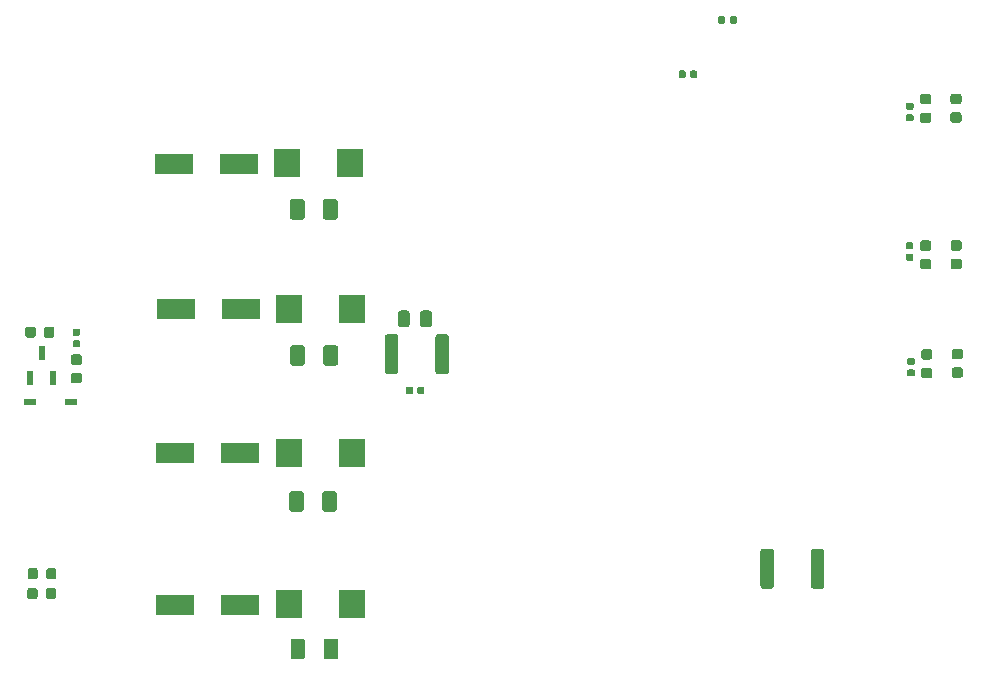
<source format=gbr>
G04 #@! TF.GenerationSoftware,KiCad,Pcbnew,5.1.5-52549c5~84~ubuntu18.04.1*
G04 #@! TF.CreationDate,2019-12-02T09:37:23+01:00*
G04 #@! TF.ProjectId,power_control_ipe_v1,706f7765-725f-4636-9f6e-74726f6c5f69,rev?*
G04 #@! TF.SameCoordinates,Original*
G04 #@! TF.FileFunction,Paste,Bot*
G04 #@! TF.FilePolarity,Positive*
%FSLAX46Y46*%
G04 Gerber Fmt 4.6, Leading zero omitted, Abs format (unit mm)*
G04 Created by KiCad (PCBNEW 5.1.5-52549c5~84~ubuntu18.04.1) date 2019-12-02 09:37:23*
%MOMM*%
%LPD*%
G04 APERTURE LIST*
%ADD10C,0.100000*%
%ADD11R,3.302000X1.803400*%
%ADD12R,2.260600X2.489200*%
%ADD13R,1.111200X0.600800*%
%ADD14R,0.600000X1.300000*%
G04 APERTURE END LIST*
D10*
G36*
X227813705Y-150530804D02*
G01*
X227837973Y-150534404D01*
X227861772Y-150540365D01*
X227884871Y-150548630D01*
X227907050Y-150559120D01*
X227928093Y-150571732D01*
X227947799Y-150586347D01*
X227965977Y-150602823D01*
X227982453Y-150621001D01*
X227997068Y-150640707D01*
X228009680Y-150661750D01*
X228020170Y-150683929D01*
X228028435Y-150707028D01*
X228034396Y-150730827D01*
X228037996Y-150755095D01*
X228039200Y-150779599D01*
X228039200Y-153679601D01*
X228037996Y-153704105D01*
X228034396Y-153728373D01*
X228028435Y-153752172D01*
X228020170Y-153775271D01*
X228009680Y-153797450D01*
X227997068Y-153818493D01*
X227982453Y-153838199D01*
X227965977Y-153856377D01*
X227947799Y-153872853D01*
X227928093Y-153887468D01*
X227907050Y-153900080D01*
X227884871Y-153910570D01*
X227861772Y-153918835D01*
X227837973Y-153924796D01*
X227813705Y-153928396D01*
X227789201Y-153929600D01*
X227164199Y-153929600D01*
X227139695Y-153928396D01*
X227115427Y-153924796D01*
X227091628Y-153918835D01*
X227068529Y-153910570D01*
X227046350Y-153900080D01*
X227025307Y-153887468D01*
X227005601Y-153872853D01*
X226987423Y-153856377D01*
X226970947Y-153838199D01*
X226956332Y-153818493D01*
X226943720Y-153797450D01*
X226933230Y-153775271D01*
X226924965Y-153752172D01*
X226919004Y-153728373D01*
X226915404Y-153704105D01*
X226914200Y-153679601D01*
X226914200Y-150779599D01*
X226915404Y-150755095D01*
X226919004Y-150730827D01*
X226924965Y-150707028D01*
X226933230Y-150683929D01*
X226943720Y-150661750D01*
X226956332Y-150640707D01*
X226970947Y-150621001D01*
X226987423Y-150602823D01*
X227005601Y-150586347D01*
X227025307Y-150571732D01*
X227046350Y-150559120D01*
X227068529Y-150548630D01*
X227091628Y-150540365D01*
X227115427Y-150534404D01*
X227139695Y-150530804D01*
X227164199Y-150529600D01*
X227789201Y-150529600D01*
X227813705Y-150530804D01*
G37*
G36*
X232088705Y-150530804D02*
G01*
X232112973Y-150534404D01*
X232136772Y-150540365D01*
X232159871Y-150548630D01*
X232182050Y-150559120D01*
X232203093Y-150571732D01*
X232222799Y-150586347D01*
X232240977Y-150602823D01*
X232257453Y-150621001D01*
X232272068Y-150640707D01*
X232284680Y-150661750D01*
X232295170Y-150683929D01*
X232303435Y-150707028D01*
X232309396Y-150730827D01*
X232312996Y-150755095D01*
X232314200Y-150779599D01*
X232314200Y-153679601D01*
X232312996Y-153704105D01*
X232309396Y-153728373D01*
X232303435Y-153752172D01*
X232295170Y-153775271D01*
X232284680Y-153797450D01*
X232272068Y-153818493D01*
X232257453Y-153838199D01*
X232240977Y-153856377D01*
X232222799Y-153872853D01*
X232203093Y-153887468D01*
X232182050Y-153900080D01*
X232159871Y-153910570D01*
X232136772Y-153918835D01*
X232112973Y-153924796D01*
X232088705Y-153928396D01*
X232064201Y-153929600D01*
X231439199Y-153929600D01*
X231414695Y-153928396D01*
X231390427Y-153924796D01*
X231366628Y-153918835D01*
X231343529Y-153910570D01*
X231321350Y-153900080D01*
X231300307Y-153887468D01*
X231280601Y-153872853D01*
X231262423Y-153856377D01*
X231245947Y-153838199D01*
X231231332Y-153818493D01*
X231218720Y-153797450D01*
X231208230Y-153775271D01*
X231199965Y-153752172D01*
X231194004Y-153728373D01*
X231190404Y-153704105D01*
X231189200Y-153679601D01*
X231189200Y-150779599D01*
X231190404Y-150755095D01*
X231194004Y-150730827D01*
X231199965Y-150707028D01*
X231208230Y-150683929D01*
X231218720Y-150661750D01*
X231231332Y-150640707D01*
X231245947Y-150621001D01*
X231262423Y-150602823D01*
X231280601Y-150586347D01*
X231300307Y-150571732D01*
X231321350Y-150559120D01*
X231343529Y-150548630D01*
X231366628Y-150540365D01*
X231390427Y-150534404D01*
X231414695Y-150530804D01*
X231439199Y-150529600D01*
X232064201Y-150529600D01*
X232088705Y-150530804D01*
G37*
G36*
X197351158Y-136820310D02*
G01*
X197365476Y-136822434D01*
X197379517Y-136825951D01*
X197393146Y-136830828D01*
X197406231Y-136837017D01*
X197418647Y-136844458D01*
X197430273Y-136853081D01*
X197440998Y-136862802D01*
X197450719Y-136873527D01*
X197459342Y-136885153D01*
X197466783Y-136897569D01*
X197472972Y-136910654D01*
X197477849Y-136924283D01*
X197481366Y-136938324D01*
X197483490Y-136952642D01*
X197484200Y-136967100D01*
X197484200Y-137312100D01*
X197483490Y-137326558D01*
X197481366Y-137340876D01*
X197477849Y-137354917D01*
X197472972Y-137368546D01*
X197466783Y-137381631D01*
X197459342Y-137394047D01*
X197450719Y-137405673D01*
X197440998Y-137416398D01*
X197430273Y-137426119D01*
X197418647Y-137434742D01*
X197406231Y-137442183D01*
X197393146Y-137448372D01*
X197379517Y-137453249D01*
X197365476Y-137456766D01*
X197351158Y-137458890D01*
X197336700Y-137459600D01*
X197041700Y-137459600D01*
X197027242Y-137458890D01*
X197012924Y-137456766D01*
X196998883Y-137453249D01*
X196985254Y-137448372D01*
X196972169Y-137442183D01*
X196959753Y-137434742D01*
X196948127Y-137426119D01*
X196937402Y-137416398D01*
X196927681Y-137405673D01*
X196919058Y-137394047D01*
X196911617Y-137381631D01*
X196905428Y-137368546D01*
X196900551Y-137354917D01*
X196897034Y-137340876D01*
X196894910Y-137326558D01*
X196894200Y-137312100D01*
X196894200Y-136967100D01*
X196894910Y-136952642D01*
X196897034Y-136938324D01*
X196900551Y-136924283D01*
X196905428Y-136910654D01*
X196911617Y-136897569D01*
X196919058Y-136885153D01*
X196927681Y-136873527D01*
X196937402Y-136862802D01*
X196948127Y-136853081D01*
X196959753Y-136844458D01*
X196972169Y-136837017D01*
X196985254Y-136830828D01*
X196998883Y-136825951D01*
X197012924Y-136822434D01*
X197027242Y-136820310D01*
X197041700Y-136819600D01*
X197336700Y-136819600D01*
X197351158Y-136820310D01*
G37*
G36*
X198321158Y-136820310D02*
G01*
X198335476Y-136822434D01*
X198349517Y-136825951D01*
X198363146Y-136830828D01*
X198376231Y-136837017D01*
X198388647Y-136844458D01*
X198400273Y-136853081D01*
X198410998Y-136862802D01*
X198420719Y-136873527D01*
X198429342Y-136885153D01*
X198436783Y-136897569D01*
X198442972Y-136910654D01*
X198447849Y-136924283D01*
X198451366Y-136938324D01*
X198453490Y-136952642D01*
X198454200Y-136967100D01*
X198454200Y-137312100D01*
X198453490Y-137326558D01*
X198451366Y-137340876D01*
X198447849Y-137354917D01*
X198442972Y-137368546D01*
X198436783Y-137381631D01*
X198429342Y-137394047D01*
X198420719Y-137405673D01*
X198410998Y-137416398D01*
X198400273Y-137426119D01*
X198388647Y-137434742D01*
X198376231Y-137442183D01*
X198363146Y-137448372D01*
X198349517Y-137453249D01*
X198335476Y-137456766D01*
X198321158Y-137458890D01*
X198306700Y-137459600D01*
X198011700Y-137459600D01*
X197997242Y-137458890D01*
X197982924Y-137456766D01*
X197968883Y-137453249D01*
X197955254Y-137448372D01*
X197942169Y-137442183D01*
X197929753Y-137434742D01*
X197918127Y-137426119D01*
X197907402Y-137416398D01*
X197897681Y-137405673D01*
X197889058Y-137394047D01*
X197881617Y-137381631D01*
X197875428Y-137368546D01*
X197870551Y-137354917D01*
X197867034Y-137340876D01*
X197864910Y-137326558D01*
X197864200Y-137312100D01*
X197864200Y-136967100D01*
X197864910Y-136952642D01*
X197867034Y-136938324D01*
X197870551Y-136924283D01*
X197875428Y-136910654D01*
X197881617Y-136897569D01*
X197889058Y-136885153D01*
X197897681Y-136873527D01*
X197907402Y-136862802D01*
X197918127Y-136853081D01*
X197929753Y-136844458D01*
X197942169Y-136837017D01*
X197955254Y-136830828D01*
X197968883Y-136825951D01*
X197982924Y-136822434D01*
X197997242Y-136820310D01*
X198011700Y-136819600D01*
X198306700Y-136819600D01*
X198321158Y-136820310D01*
G37*
D11*
X182805100Y-117994600D03*
X177293300Y-117994600D03*
D12*
X186857200Y-117900000D03*
X192191200Y-117900000D03*
X187024200Y-142419600D03*
X192358200Y-142419600D03*
X187024200Y-155216000D03*
X192358200Y-155216000D03*
X187024200Y-130232000D03*
X192358200Y-130232000D03*
D11*
X182816500Y-142444600D03*
X177304700Y-142444600D03*
X182975700Y-130251200D03*
X177463900Y-130251200D03*
X182816500Y-155262200D03*
X177304700Y-155262200D03*
D10*
G36*
X220451158Y-110050310D02*
G01*
X220465476Y-110052434D01*
X220479517Y-110055951D01*
X220493146Y-110060828D01*
X220506231Y-110067017D01*
X220518647Y-110074458D01*
X220530273Y-110083081D01*
X220540998Y-110092802D01*
X220550719Y-110103527D01*
X220559342Y-110115153D01*
X220566783Y-110127569D01*
X220572972Y-110140654D01*
X220577849Y-110154283D01*
X220581366Y-110168324D01*
X220583490Y-110182642D01*
X220584200Y-110197100D01*
X220584200Y-110542100D01*
X220583490Y-110556558D01*
X220581366Y-110570876D01*
X220577849Y-110584917D01*
X220572972Y-110598546D01*
X220566783Y-110611631D01*
X220559342Y-110624047D01*
X220550719Y-110635673D01*
X220540998Y-110646398D01*
X220530273Y-110656119D01*
X220518647Y-110664742D01*
X220506231Y-110672183D01*
X220493146Y-110678372D01*
X220479517Y-110683249D01*
X220465476Y-110686766D01*
X220451158Y-110688890D01*
X220436700Y-110689600D01*
X220141700Y-110689600D01*
X220127242Y-110688890D01*
X220112924Y-110686766D01*
X220098883Y-110683249D01*
X220085254Y-110678372D01*
X220072169Y-110672183D01*
X220059753Y-110664742D01*
X220048127Y-110656119D01*
X220037402Y-110646398D01*
X220027681Y-110635673D01*
X220019058Y-110624047D01*
X220011617Y-110611631D01*
X220005428Y-110598546D01*
X220000551Y-110584917D01*
X219997034Y-110570876D01*
X219994910Y-110556558D01*
X219994200Y-110542100D01*
X219994200Y-110197100D01*
X219994910Y-110182642D01*
X219997034Y-110168324D01*
X220000551Y-110154283D01*
X220005428Y-110140654D01*
X220011617Y-110127569D01*
X220019058Y-110115153D01*
X220027681Y-110103527D01*
X220037402Y-110092802D01*
X220048127Y-110083081D01*
X220059753Y-110074458D01*
X220072169Y-110067017D01*
X220085254Y-110060828D01*
X220098883Y-110055951D01*
X220112924Y-110052434D01*
X220127242Y-110050310D01*
X220141700Y-110049600D01*
X220436700Y-110049600D01*
X220451158Y-110050310D01*
G37*
G36*
X221421158Y-110050310D02*
G01*
X221435476Y-110052434D01*
X221449517Y-110055951D01*
X221463146Y-110060828D01*
X221476231Y-110067017D01*
X221488647Y-110074458D01*
X221500273Y-110083081D01*
X221510998Y-110092802D01*
X221520719Y-110103527D01*
X221529342Y-110115153D01*
X221536783Y-110127569D01*
X221542972Y-110140654D01*
X221547849Y-110154283D01*
X221551366Y-110168324D01*
X221553490Y-110182642D01*
X221554200Y-110197100D01*
X221554200Y-110542100D01*
X221553490Y-110556558D01*
X221551366Y-110570876D01*
X221547849Y-110584917D01*
X221542972Y-110598546D01*
X221536783Y-110611631D01*
X221529342Y-110624047D01*
X221520719Y-110635673D01*
X221510998Y-110646398D01*
X221500273Y-110656119D01*
X221488647Y-110664742D01*
X221476231Y-110672183D01*
X221463146Y-110678372D01*
X221449517Y-110683249D01*
X221435476Y-110686766D01*
X221421158Y-110688890D01*
X221406700Y-110689600D01*
X221111700Y-110689600D01*
X221097242Y-110688890D01*
X221082924Y-110686766D01*
X221068883Y-110683249D01*
X221055254Y-110678372D01*
X221042169Y-110672183D01*
X221029753Y-110664742D01*
X221018127Y-110656119D01*
X221007402Y-110646398D01*
X220997681Y-110635673D01*
X220989058Y-110624047D01*
X220981617Y-110611631D01*
X220975428Y-110598546D01*
X220970551Y-110584917D01*
X220967034Y-110570876D01*
X220964910Y-110556558D01*
X220964200Y-110542100D01*
X220964200Y-110197100D01*
X220964910Y-110182642D01*
X220967034Y-110168324D01*
X220970551Y-110154283D01*
X220975428Y-110140654D01*
X220981617Y-110127569D01*
X220989058Y-110115153D01*
X220997681Y-110103527D01*
X221007402Y-110092802D01*
X221018127Y-110083081D01*
X221029753Y-110074458D01*
X221042169Y-110067017D01*
X221055254Y-110060828D01*
X221068883Y-110055951D01*
X221082924Y-110052434D01*
X221097242Y-110050310D01*
X221111700Y-110049600D01*
X221406700Y-110049600D01*
X221421158Y-110050310D01*
G37*
G36*
X224771158Y-105450310D02*
G01*
X224785476Y-105452434D01*
X224799517Y-105455951D01*
X224813146Y-105460828D01*
X224826231Y-105467017D01*
X224838647Y-105474458D01*
X224850273Y-105483081D01*
X224860998Y-105492802D01*
X224870719Y-105503527D01*
X224879342Y-105515153D01*
X224886783Y-105527569D01*
X224892972Y-105540654D01*
X224897849Y-105554283D01*
X224901366Y-105568324D01*
X224903490Y-105582642D01*
X224904200Y-105597100D01*
X224904200Y-105942100D01*
X224903490Y-105956558D01*
X224901366Y-105970876D01*
X224897849Y-105984917D01*
X224892972Y-105998546D01*
X224886783Y-106011631D01*
X224879342Y-106024047D01*
X224870719Y-106035673D01*
X224860998Y-106046398D01*
X224850273Y-106056119D01*
X224838647Y-106064742D01*
X224826231Y-106072183D01*
X224813146Y-106078372D01*
X224799517Y-106083249D01*
X224785476Y-106086766D01*
X224771158Y-106088890D01*
X224756700Y-106089600D01*
X224461700Y-106089600D01*
X224447242Y-106088890D01*
X224432924Y-106086766D01*
X224418883Y-106083249D01*
X224405254Y-106078372D01*
X224392169Y-106072183D01*
X224379753Y-106064742D01*
X224368127Y-106056119D01*
X224357402Y-106046398D01*
X224347681Y-106035673D01*
X224339058Y-106024047D01*
X224331617Y-106011631D01*
X224325428Y-105998546D01*
X224320551Y-105984917D01*
X224317034Y-105970876D01*
X224314910Y-105956558D01*
X224314200Y-105942100D01*
X224314200Y-105597100D01*
X224314910Y-105582642D01*
X224317034Y-105568324D01*
X224320551Y-105554283D01*
X224325428Y-105540654D01*
X224331617Y-105527569D01*
X224339058Y-105515153D01*
X224347681Y-105503527D01*
X224357402Y-105492802D01*
X224368127Y-105483081D01*
X224379753Y-105474458D01*
X224392169Y-105467017D01*
X224405254Y-105460828D01*
X224418883Y-105455951D01*
X224432924Y-105452434D01*
X224447242Y-105450310D01*
X224461700Y-105449600D01*
X224756700Y-105449600D01*
X224771158Y-105450310D01*
G37*
G36*
X223801158Y-105450310D02*
G01*
X223815476Y-105452434D01*
X223829517Y-105455951D01*
X223843146Y-105460828D01*
X223856231Y-105467017D01*
X223868647Y-105474458D01*
X223880273Y-105483081D01*
X223890998Y-105492802D01*
X223900719Y-105503527D01*
X223909342Y-105515153D01*
X223916783Y-105527569D01*
X223922972Y-105540654D01*
X223927849Y-105554283D01*
X223931366Y-105568324D01*
X223933490Y-105582642D01*
X223934200Y-105597100D01*
X223934200Y-105942100D01*
X223933490Y-105956558D01*
X223931366Y-105970876D01*
X223927849Y-105984917D01*
X223922972Y-105998546D01*
X223916783Y-106011631D01*
X223909342Y-106024047D01*
X223900719Y-106035673D01*
X223890998Y-106046398D01*
X223880273Y-106056119D01*
X223868647Y-106064742D01*
X223856231Y-106072183D01*
X223843146Y-106078372D01*
X223829517Y-106083249D01*
X223815476Y-106086766D01*
X223801158Y-106088890D01*
X223786700Y-106089600D01*
X223491700Y-106089600D01*
X223477242Y-106088890D01*
X223462924Y-106086766D01*
X223448883Y-106083249D01*
X223435254Y-106078372D01*
X223422169Y-106072183D01*
X223409753Y-106064742D01*
X223398127Y-106056119D01*
X223387402Y-106046398D01*
X223377681Y-106035673D01*
X223369058Y-106024047D01*
X223361617Y-106011631D01*
X223355428Y-105998546D01*
X223350551Y-105984917D01*
X223347034Y-105970876D01*
X223344910Y-105956558D01*
X223344200Y-105942100D01*
X223344200Y-105597100D01*
X223344910Y-105582642D01*
X223347034Y-105568324D01*
X223350551Y-105554283D01*
X223355428Y-105540654D01*
X223361617Y-105527569D01*
X223369058Y-105515153D01*
X223377681Y-105503527D01*
X223387402Y-105492802D01*
X223398127Y-105483081D01*
X223409753Y-105474458D01*
X223422169Y-105467017D01*
X223435254Y-105460828D01*
X223448883Y-105455951D01*
X223462924Y-105452434D01*
X223477242Y-105450310D01*
X223491700Y-105449600D01*
X223786700Y-105449600D01*
X223801158Y-105450310D01*
G37*
G36*
X188023704Y-145660204D02*
G01*
X188047973Y-145663804D01*
X188071771Y-145669765D01*
X188094871Y-145678030D01*
X188117049Y-145688520D01*
X188138093Y-145701133D01*
X188157798Y-145715747D01*
X188175977Y-145732223D01*
X188192453Y-145750402D01*
X188207067Y-145770107D01*
X188219680Y-145791151D01*
X188230170Y-145813329D01*
X188238435Y-145836429D01*
X188244396Y-145860227D01*
X188247996Y-145884496D01*
X188249200Y-145909000D01*
X188249200Y-147159000D01*
X188247996Y-147183504D01*
X188244396Y-147207773D01*
X188238435Y-147231571D01*
X188230170Y-147254671D01*
X188219680Y-147276849D01*
X188207067Y-147297893D01*
X188192453Y-147317598D01*
X188175977Y-147335777D01*
X188157798Y-147352253D01*
X188138093Y-147366867D01*
X188117049Y-147379480D01*
X188094871Y-147389970D01*
X188071771Y-147398235D01*
X188047973Y-147404196D01*
X188023704Y-147407796D01*
X187999200Y-147409000D01*
X187249200Y-147409000D01*
X187224696Y-147407796D01*
X187200427Y-147404196D01*
X187176629Y-147398235D01*
X187153529Y-147389970D01*
X187131351Y-147379480D01*
X187110307Y-147366867D01*
X187090602Y-147352253D01*
X187072423Y-147335777D01*
X187055947Y-147317598D01*
X187041333Y-147297893D01*
X187028720Y-147276849D01*
X187018230Y-147254671D01*
X187009965Y-147231571D01*
X187004004Y-147207773D01*
X187000404Y-147183504D01*
X186999200Y-147159000D01*
X186999200Y-145909000D01*
X187000404Y-145884496D01*
X187004004Y-145860227D01*
X187009965Y-145836429D01*
X187018230Y-145813329D01*
X187028720Y-145791151D01*
X187041333Y-145770107D01*
X187055947Y-145750402D01*
X187072423Y-145732223D01*
X187090602Y-145715747D01*
X187110307Y-145701133D01*
X187131351Y-145688520D01*
X187153529Y-145678030D01*
X187176629Y-145669765D01*
X187200427Y-145663804D01*
X187224696Y-145660204D01*
X187249200Y-145659000D01*
X187999200Y-145659000D01*
X188023704Y-145660204D01*
G37*
G36*
X190823704Y-145660204D02*
G01*
X190847973Y-145663804D01*
X190871771Y-145669765D01*
X190894871Y-145678030D01*
X190917049Y-145688520D01*
X190938093Y-145701133D01*
X190957798Y-145715747D01*
X190975977Y-145732223D01*
X190992453Y-145750402D01*
X191007067Y-145770107D01*
X191019680Y-145791151D01*
X191030170Y-145813329D01*
X191038435Y-145836429D01*
X191044396Y-145860227D01*
X191047996Y-145884496D01*
X191049200Y-145909000D01*
X191049200Y-147159000D01*
X191047996Y-147183504D01*
X191044396Y-147207773D01*
X191038435Y-147231571D01*
X191030170Y-147254671D01*
X191019680Y-147276849D01*
X191007067Y-147297893D01*
X190992453Y-147317598D01*
X190975977Y-147335777D01*
X190957798Y-147352253D01*
X190938093Y-147366867D01*
X190917049Y-147379480D01*
X190894871Y-147389970D01*
X190871771Y-147398235D01*
X190847973Y-147404196D01*
X190823704Y-147407796D01*
X190799200Y-147409000D01*
X190049200Y-147409000D01*
X190024696Y-147407796D01*
X190000427Y-147404196D01*
X189976629Y-147398235D01*
X189953529Y-147389970D01*
X189931351Y-147379480D01*
X189910307Y-147366867D01*
X189890602Y-147352253D01*
X189872423Y-147335777D01*
X189855947Y-147317598D01*
X189841333Y-147297893D01*
X189828720Y-147276849D01*
X189818230Y-147254671D01*
X189809965Y-147231571D01*
X189804004Y-147207773D01*
X189800404Y-147183504D01*
X189799200Y-147159000D01*
X189799200Y-145909000D01*
X189800404Y-145884496D01*
X189804004Y-145860227D01*
X189809965Y-145836429D01*
X189818230Y-145813329D01*
X189828720Y-145791151D01*
X189841333Y-145770107D01*
X189855947Y-145750402D01*
X189872423Y-145732223D01*
X189890602Y-145715747D01*
X189910307Y-145701133D01*
X189931351Y-145688520D01*
X189953529Y-145678030D01*
X189976629Y-145669765D01*
X190000427Y-145663804D01*
X190024696Y-145660204D01*
X190049200Y-145659000D01*
X190799200Y-145659000D01*
X190823704Y-145660204D01*
G37*
G36*
X196991842Y-130370774D02*
G01*
X197015503Y-130374284D01*
X197038707Y-130380096D01*
X197061229Y-130388154D01*
X197082853Y-130398382D01*
X197103370Y-130410679D01*
X197122583Y-130424929D01*
X197140307Y-130440993D01*
X197156371Y-130458717D01*
X197170621Y-130477930D01*
X197182918Y-130498447D01*
X197193146Y-130520071D01*
X197201204Y-130542593D01*
X197207016Y-130565797D01*
X197210526Y-130589458D01*
X197211700Y-130613350D01*
X197211700Y-131525850D01*
X197210526Y-131549742D01*
X197207016Y-131573403D01*
X197201204Y-131596607D01*
X197193146Y-131619129D01*
X197182918Y-131640753D01*
X197170621Y-131661270D01*
X197156371Y-131680483D01*
X197140307Y-131698207D01*
X197122583Y-131714271D01*
X197103370Y-131728521D01*
X197082853Y-131740818D01*
X197061229Y-131751046D01*
X197038707Y-131759104D01*
X197015503Y-131764916D01*
X196991842Y-131768426D01*
X196967950Y-131769600D01*
X196480450Y-131769600D01*
X196456558Y-131768426D01*
X196432897Y-131764916D01*
X196409693Y-131759104D01*
X196387171Y-131751046D01*
X196365547Y-131740818D01*
X196345030Y-131728521D01*
X196325817Y-131714271D01*
X196308093Y-131698207D01*
X196292029Y-131680483D01*
X196277779Y-131661270D01*
X196265482Y-131640753D01*
X196255254Y-131619129D01*
X196247196Y-131596607D01*
X196241384Y-131573403D01*
X196237874Y-131549742D01*
X196236700Y-131525850D01*
X196236700Y-130613350D01*
X196237874Y-130589458D01*
X196241384Y-130565797D01*
X196247196Y-130542593D01*
X196255254Y-130520071D01*
X196265482Y-130498447D01*
X196277779Y-130477930D01*
X196292029Y-130458717D01*
X196308093Y-130440993D01*
X196325817Y-130424929D01*
X196345030Y-130410679D01*
X196365547Y-130398382D01*
X196387171Y-130388154D01*
X196409693Y-130380096D01*
X196432897Y-130374284D01*
X196456558Y-130370774D01*
X196480450Y-130369600D01*
X196967950Y-130369600D01*
X196991842Y-130370774D01*
G37*
G36*
X198866842Y-130370774D02*
G01*
X198890503Y-130374284D01*
X198913707Y-130380096D01*
X198936229Y-130388154D01*
X198957853Y-130398382D01*
X198978370Y-130410679D01*
X198997583Y-130424929D01*
X199015307Y-130440993D01*
X199031371Y-130458717D01*
X199045621Y-130477930D01*
X199057918Y-130498447D01*
X199068146Y-130520071D01*
X199076204Y-130542593D01*
X199082016Y-130565797D01*
X199085526Y-130589458D01*
X199086700Y-130613350D01*
X199086700Y-131525850D01*
X199085526Y-131549742D01*
X199082016Y-131573403D01*
X199076204Y-131596607D01*
X199068146Y-131619129D01*
X199057918Y-131640753D01*
X199045621Y-131661270D01*
X199031371Y-131680483D01*
X199015307Y-131698207D01*
X198997583Y-131714271D01*
X198978370Y-131728521D01*
X198957853Y-131740818D01*
X198936229Y-131751046D01*
X198913707Y-131759104D01*
X198890503Y-131764916D01*
X198866842Y-131768426D01*
X198842950Y-131769600D01*
X198355450Y-131769600D01*
X198331558Y-131768426D01*
X198307897Y-131764916D01*
X198284693Y-131759104D01*
X198262171Y-131751046D01*
X198240547Y-131740818D01*
X198220030Y-131728521D01*
X198200817Y-131714271D01*
X198183093Y-131698207D01*
X198167029Y-131680483D01*
X198152779Y-131661270D01*
X198140482Y-131640753D01*
X198130254Y-131619129D01*
X198122196Y-131596607D01*
X198116384Y-131573403D01*
X198112874Y-131549742D01*
X198111700Y-131525850D01*
X198111700Y-130613350D01*
X198112874Y-130589458D01*
X198116384Y-130565797D01*
X198122196Y-130542593D01*
X198130254Y-130520071D01*
X198140482Y-130498447D01*
X198152779Y-130477930D01*
X198167029Y-130458717D01*
X198183093Y-130440993D01*
X198200817Y-130424929D01*
X198220030Y-130410679D01*
X198240547Y-130398382D01*
X198262171Y-130388154D01*
X198284693Y-130380096D01*
X198307897Y-130374284D01*
X198331558Y-130370774D01*
X198355450Y-130369600D01*
X198842950Y-130369600D01*
X198866842Y-130370774D01*
G37*
G36*
X165538491Y-152188353D02*
G01*
X165559726Y-152191503D01*
X165580550Y-152196719D01*
X165600762Y-152203951D01*
X165620168Y-152213130D01*
X165638581Y-152224166D01*
X165655824Y-152236954D01*
X165671730Y-152251370D01*
X165686146Y-152267276D01*
X165698934Y-152284519D01*
X165709970Y-152302932D01*
X165719149Y-152322338D01*
X165726381Y-152342550D01*
X165731597Y-152363374D01*
X165734747Y-152384609D01*
X165735800Y-152406050D01*
X165735800Y-152918550D01*
X165734747Y-152939991D01*
X165731597Y-152961226D01*
X165726381Y-152982050D01*
X165719149Y-153002262D01*
X165709970Y-153021668D01*
X165698934Y-153040081D01*
X165686146Y-153057324D01*
X165671730Y-153073230D01*
X165655824Y-153087646D01*
X165638581Y-153100434D01*
X165620168Y-153111470D01*
X165600762Y-153120649D01*
X165580550Y-153127881D01*
X165559726Y-153133097D01*
X165538491Y-153136247D01*
X165517050Y-153137300D01*
X165079550Y-153137300D01*
X165058109Y-153136247D01*
X165036874Y-153133097D01*
X165016050Y-153127881D01*
X164995838Y-153120649D01*
X164976432Y-153111470D01*
X164958019Y-153100434D01*
X164940776Y-153087646D01*
X164924870Y-153073230D01*
X164910454Y-153057324D01*
X164897666Y-153040081D01*
X164886630Y-153021668D01*
X164877451Y-153002262D01*
X164870219Y-152982050D01*
X164865003Y-152961226D01*
X164861853Y-152939991D01*
X164860800Y-152918550D01*
X164860800Y-152406050D01*
X164861853Y-152384609D01*
X164865003Y-152363374D01*
X164870219Y-152342550D01*
X164877451Y-152322338D01*
X164886630Y-152302932D01*
X164897666Y-152284519D01*
X164910454Y-152267276D01*
X164924870Y-152251370D01*
X164940776Y-152236954D01*
X164958019Y-152224166D01*
X164976432Y-152213130D01*
X164995838Y-152203951D01*
X165016050Y-152196719D01*
X165036874Y-152191503D01*
X165058109Y-152188353D01*
X165079550Y-152187300D01*
X165517050Y-152187300D01*
X165538491Y-152188353D01*
G37*
G36*
X167113491Y-152188353D02*
G01*
X167134726Y-152191503D01*
X167155550Y-152196719D01*
X167175762Y-152203951D01*
X167195168Y-152213130D01*
X167213581Y-152224166D01*
X167230824Y-152236954D01*
X167246730Y-152251370D01*
X167261146Y-152267276D01*
X167273934Y-152284519D01*
X167284970Y-152302932D01*
X167294149Y-152322338D01*
X167301381Y-152342550D01*
X167306597Y-152363374D01*
X167309747Y-152384609D01*
X167310800Y-152406050D01*
X167310800Y-152918550D01*
X167309747Y-152939991D01*
X167306597Y-152961226D01*
X167301381Y-152982050D01*
X167294149Y-153002262D01*
X167284970Y-153021668D01*
X167273934Y-153040081D01*
X167261146Y-153057324D01*
X167246730Y-153073230D01*
X167230824Y-153087646D01*
X167213581Y-153100434D01*
X167195168Y-153111470D01*
X167175762Y-153120649D01*
X167155550Y-153127881D01*
X167134726Y-153133097D01*
X167113491Y-153136247D01*
X167092050Y-153137300D01*
X166654550Y-153137300D01*
X166633109Y-153136247D01*
X166611874Y-153133097D01*
X166591050Y-153127881D01*
X166570838Y-153120649D01*
X166551432Y-153111470D01*
X166533019Y-153100434D01*
X166515776Y-153087646D01*
X166499870Y-153073230D01*
X166485454Y-153057324D01*
X166472666Y-153040081D01*
X166461630Y-153021668D01*
X166452451Y-153002262D01*
X166445219Y-152982050D01*
X166440003Y-152961226D01*
X166436853Y-152939991D01*
X166435800Y-152918550D01*
X166435800Y-152406050D01*
X166436853Y-152384609D01*
X166440003Y-152363374D01*
X166445219Y-152342550D01*
X166452451Y-152322338D01*
X166461630Y-152302932D01*
X166472666Y-152284519D01*
X166485454Y-152267276D01*
X166499870Y-152251370D01*
X166515776Y-152236954D01*
X166533019Y-152224166D01*
X166551432Y-152213130D01*
X166570838Y-152203951D01*
X166591050Y-152196719D01*
X166611874Y-152191503D01*
X166633109Y-152188353D01*
X166654550Y-152187300D01*
X167092050Y-152187300D01*
X167113491Y-152188353D01*
G37*
G36*
X243851891Y-135190653D02*
G01*
X243873126Y-135193803D01*
X243893950Y-135199019D01*
X243914162Y-135206251D01*
X243933568Y-135215430D01*
X243951981Y-135226466D01*
X243969224Y-135239254D01*
X243985130Y-135253670D01*
X243999546Y-135269576D01*
X244012334Y-135286819D01*
X244023370Y-135305232D01*
X244032549Y-135324638D01*
X244039781Y-135344850D01*
X244044997Y-135365674D01*
X244048147Y-135386909D01*
X244049200Y-135408350D01*
X244049200Y-135845850D01*
X244048147Y-135867291D01*
X244044997Y-135888526D01*
X244039781Y-135909350D01*
X244032549Y-135929562D01*
X244023370Y-135948968D01*
X244012334Y-135967381D01*
X243999546Y-135984624D01*
X243985130Y-136000530D01*
X243969224Y-136014946D01*
X243951981Y-136027734D01*
X243933568Y-136038770D01*
X243914162Y-136047949D01*
X243893950Y-136055181D01*
X243873126Y-136060397D01*
X243851891Y-136063547D01*
X243830450Y-136064600D01*
X243317950Y-136064600D01*
X243296509Y-136063547D01*
X243275274Y-136060397D01*
X243254450Y-136055181D01*
X243234238Y-136047949D01*
X243214832Y-136038770D01*
X243196419Y-136027734D01*
X243179176Y-136014946D01*
X243163270Y-136000530D01*
X243148854Y-135984624D01*
X243136066Y-135967381D01*
X243125030Y-135948968D01*
X243115851Y-135929562D01*
X243108619Y-135909350D01*
X243103403Y-135888526D01*
X243100253Y-135867291D01*
X243099200Y-135845850D01*
X243099200Y-135408350D01*
X243100253Y-135386909D01*
X243103403Y-135365674D01*
X243108619Y-135344850D01*
X243115851Y-135324638D01*
X243125030Y-135305232D01*
X243136066Y-135286819D01*
X243148854Y-135269576D01*
X243163270Y-135253670D01*
X243179176Y-135239254D01*
X243196419Y-135226466D01*
X243214832Y-135215430D01*
X243234238Y-135206251D01*
X243254450Y-135199019D01*
X243275274Y-135193803D01*
X243296509Y-135190653D01*
X243317950Y-135189600D01*
X243830450Y-135189600D01*
X243851891Y-135190653D01*
G37*
G36*
X243851891Y-133615653D02*
G01*
X243873126Y-133618803D01*
X243893950Y-133624019D01*
X243914162Y-133631251D01*
X243933568Y-133640430D01*
X243951981Y-133651466D01*
X243969224Y-133664254D01*
X243985130Y-133678670D01*
X243999546Y-133694576D01*
X244012334Y-133711819D01*
X244023370Y-133730232D01*
X244032549Y-133749638D01*
X244039781Y-133769850D01*
X244044997Y-133790674D01*
X244048147Y-133811909D01*
X244049200Y-133833350D01*
X244049200Y-134270850D01*
X244048147Y-134292291D01*
X244044997Y-134313526D01*
X244039781Y-134334350D01*
X244032549Y-134354562D01*
X244023370Y-134373968D01*
X244012334Y-134392381D01*
X243999546Y-134409624D01*
X243985130Y-134425530D01*
X243969224Y-134439946D01*
X243951981Y-134452734D01*
X243933568Y-134463770D01*
X243914162Y-134472949D01*
X243893950Y-134480181D01*
X243873126Y-134485397D01*
X243851891Y-134488547D01*
X243830450Y-134489600D01*
X243317950Y-134489600D01*
X243296509Y-134488547D01*
X243275274Y-134485397D01*
X243254450Y-134480181D01*
X243234238Y-134472949D01*
X243214832Y-134463770D01*
X243196419Y-134452734D01*
X243179176Y-134439946D01*
X243163270Y-134425530D01*
X243148854Y-134409624D01*
X243136066Y-134392381D01*
X243125030Y-134373968D01*
X243115851Y-134354562D01*
X243108619Y-134334350D01*
X243103403Y-134313526D01*
X243100253Y-134292291D01*
X243099200Y-134270850D01*
X243099200Y-133833350D01*
X243100253Y-133811909D01*
X243103403Y-133790674D01*
X243108619Y-133769850D01*
X243115851Y-133749638D01*
X243125030Y-133730232D01*
X243136066Y-133711819D01*
X243148854Y-133694576D01*
X243163270Y-133678670D01*
X243179176Y-133664254D01*
X243196419Y-133651466D01*
X243214832Y-133640430D01*
X243234238Y-133631251D01*
X243254450Y-133624019D01*
X243275274Y-133618803D01*
X243296509Y-133615653D01*
X243317950Y-133614600D01*
X243830450Y-133614600D01*
X243851891Y-133615653D01*
G37*
G36*
X243761891Y-124425653D02*
G01*
X243783126Y-124428803D01*
X243803950Y-124434019D01*
X243824162Y-124441251D01*
X243843568Y-124450430D01*
X243861981Y-124461466D01*
X243879224Y-124474254D01*
X243895130Y-124488670D01*
X243909546Y-124504576D01*
X243922334Y-124521819D01*
X243933370Y-124540232D01*
X243942549Y-124559638D01*
X243949781Y-124579850D01*
X243954997Y-124600674D01*
X243958147Y-124621909D01*
X243959200Y-124643350D01*
X243959200Y-125080850D01*
X243958147Y-125102291D01*
X243954997Y-125123526D01*
X243949781Y-125144350D01*
X243942549Y-125164562D01*
X243933370Y-125183968D01*
X243922334Y-125202381D01*
X243909546Y-125219624D01*
X243895130Y-125235530D01*
X243879224Y-125249946D01*
X243861981Y-125262734D01*
X243843568Y-125273770D01*
X243824162Y-125282949D01*
X243803950Y-125290181D01*
X243783126Y-125295397D01*
X243761891Y-125298547D01*
X243740450Y-125299600D01*
X243227950Y-125299600D01*
X243206509Y-125298547D01*
X243185274Y-125295397D01*
X243164450Y-125290181D01*
X243144238Y-125282949D01*
X243124832Y-125273770D01*
X243106419Y-125262734D01*
X243089176Y-125249946D01*
X243073270Y-125235530D01*
X243058854Y-125219624D01*
X243046066Y-125202381D01*
X243035030Y-125183968D01*
X243025851Y-125164562D01*
X243018619Y-125144350D01*
X243013403Y-125123526D01*
X243010253Y-125102291D01*
X243009200Y-125080850D01*
X243009200Y-124643350D01*
X243010253Y-124621909D01*
X243013403Y-124600674D01*
X243018619Y-124579850D01*
X243025851Y-124559638D01*
X243035030Y-124540232D01*
X243046066Y-124521819D01*
X243058854Y-124504576D01*
X243073270Y-124488670D01*
X243089176Y-124474254D01*
X243106419Y-124461466D01*
X243124832Y-124450430D01*
X243144238Y-124441251D01*
X243164450Y-124434019D01*
X243185274Y-124428803D01*
X243206509Y-124425653D01*
X243227950Y-124424600D01*
X243740450Y-124424600D01*
X243761891Y-124425653D01*
G37*
G36*
X243761891Y-126000653D02*
G01*
X243783126Y-126003803D01*
X243803950Y-126009019D01*
X243824162Y-126016251D01*
X243843568Y-126025430D01*
X243861981Y-126036466D01*
X243879224Y-126049254D01*
X243895130Y-126063670D01*
X243909546Y-126079576D01*
X243922334Y-126096819D01*
X243933370Y-126115232D01*
X243942549Y-126134638D01*
X243949781Y-126154850D01*
X243954997Y-126175674D01*
X243958147Y-126196909D01*
X243959200Y-126218350D01*
X243959200Y-126655850D01*
X243958147Y-126677291D01*
X243954997Y-126698526D01*
X243949781Y-126719350D01*
X243942549Y-126739562D01*
X243933370Y-126758968D01*
X243922334Y-126777381D01*
X243909546Y-126794624D01*
X243895130Y-126810530D01*
X243879224Y-126824946D01*
X243861981Y-126837734D01*
X243843568Y-126848770D01*
X243824162Y-126857949D01*
X243803950Y-126865181D01*
X243783126Y-126870397D01*
X243761891Y-126873547D01*
X243740450Y-126874600D01*
X243227950Y-126874600D01*
X243206509Y-126873547D01*
X243185274Y-126870397D01*
X243164450Y-126865181D01*
X243144238Y-126857949D01*
X243124832Y-126848770D01*
X243106419Y-126837734D01*
X243089176Y-126824946D01*
X243073270Y-126810530D01*
X243058854Y-126794624D01*
X243046066Y-126777381D01*
X243035030Y-126758968D01*
X243025851Y-126739562D01*
X243018619Y-126719350D01*
X243013403Y-126698526D01*
X243010253Y-126677291D01*
X243009200Y-126655850D01*
X243009200Y-126218350D01*
X243010253Y-126196909D01*
X243013403Y-126175674D01*
X243018619Y-126154850D01*
X243025851Y-126134638D01*
X243035030Y-126115232D01*
X243046066Y-126096819D01*
X243058854Y-126079576D01*
X243073270Y-126063670D01*
X243089176Y-126049254D01*
X243106419Y-126036466D01*
X243124832Y-126025430D01*
X243144238Y-126016251D01*
X243164450Y-126009019D01*
X243185274Y-126003803D01*
X243206509Y-126000653D01*
X243227950Y-125999600D01*
X243740450Y-125999600D01*
X243761891Y-126000653D01*
G37*
G36*
X243741891Y-112015653D02*
G01*
X243763126Y-112018803D01*
X243783950Y-112024019D01*
X243804162Y-112031251D01*
X243823568Y-112040430D01*
X243841981Y-112051466D01*
X243859224Y-112064254D01*
X243875130Y-112078670D01*
X243889546Y-112094576D01*
X243902334Y-112111819D01*
X243913370Y-112130232D01*
X243922549Y-112149638D01*
X243929781Y-112169850D01*
X243934997Y-112190674D01*
X243938147Y-112211909D01*
X243939200Y-112233350D01*
X243939200Y-112670850D01*
X243938147Y-112692291D01*
X243934997Y-112713526D01*
X243929781Y-112734350D01*
X243922549Y-112754562D01*
X243913370Y-112773968D01*
X243902334Y-112792381D01*
X243889546Y-112809624D01*
X243875130Y-112825530D01*
X243859224Y-112839946D01*
X243841981Y-112852734D01*
X243823568Y-112863770D01*
X243804162Y-112872949D01*
X243783950Y-112880181D01*
X243763126Y-112885397D01*
X243741891Y-112888547D01*
X243720450Y-112889600D01*
X243207950Y-112889600D01*
X243186509Y-112888547D01*
X243165274Y-112885397D01*
X243144450Y-112880181D01*
X243124238Y-112872949D01*
X243104832Y-112863770D01*
X243086419Y-112852734D01*
X243069176Y-112839946D01*
X243053270Y-112825530D01*
X243038854Y-112809624D01*
X243026066Y-112792381D01*
X243015030Y-112773968D01*
X243005851Y-112754562D01*
X242998619Y-112734350D01*
X242993403Y-112713526D01*
X242990253Y-112692291D01*
X242989200Y-112670850D01*
X242989200Y-112233350D01*
X242990253Y-112211909D01*
X242993403Y-112190674D01*
X242998619Y-112169850D01*
X243005851Y-112149638D01*
X243015030Y-112130232D01*
X243026066Y-112111819D01*
X243038854Y-112094576D01*
X243053270Y-112078670D01*
X243069176Y-112064254D01*
X243086419Y-112051466D01*
X243104832Y-112040430D01*
X243124238Y-112031251D01*
X243144450Y-112024019D01*
X243165274Y-112018803D01*
X243186509Y-112015653D01*
X243207950Y-112014600D01*
X243720450Y-112014600D01*
X243741891Y-112015653D01*
G37*
G36*
X243741891Y-113590653D02*
G01*
X243763126Y-113593803D01*
X243783950Y-113599019D01*
X243804162Y-113606251D01*
X243823568Y-113615430D01*
X243841981Y-113626466D01*
X243859224Y-113639254D01*
X243875130Y-113653670D01*
X243889546Y-113669576D01*
X243902334Y-113686819D01*
X243913370Y-113705232D01*
X243922549Y-113724638D01*
X243929781Y-113744850D01*
X243934997Y-113765674D01*
X243938147Y-113786909D01*
X243939200Y-113808350D01*
X243939200Y-114245850D01*
X243938147Y-114267291D01*
X243934997Y-114288526D01*
X243929781Y-114309350D01*
X243922549Y-114329562D01*
X243913370Y-114348968D01*
X243902334Y-114367381D01*
X243889546Y-114384624D01*
X243875130Y-114400530D01*
X243859224Y-114414946D01*
X243841981Y-114427734D01*
X243823568Y-114438770D01*
X243804162Y-114447949D01*
X243783950Y-114455181D01*
X243763126Y-114460397D01*
X243741891Y-114463547D01*
X243720450Y-114464600D01*
X243207950Y-114464600D01*
X243186509Y-114463547D01*
X243165274Y-114460397D01*
X243144450Y-114455181D01*
X243124238Y-114447949D01*
X243104832Y-114438770D01*
X243086419Y-114427734D01*
X243069176Y-114414946D01*
X243053270Y-114400530D01*
X243038854Y-114384624D01*
X243026066Y-114367381D01*
X243015030Y-114348968D01*
X243005851Y-114329562D01*
X242998619Y-114309350D01*
X242993403Y-114288526D01*
X242990253Y-114267291D01*
X242989200Y-114245850D01*
X242989200Y-113808350D01*
X242990253Y-113786909D01*
X242993403Y-113765674D01*
X242998619Y-113744850D01*
X243005851Y-113724638D01*
X243015030Y-113705232D01*
X243026066Y-113686819D01*
X243038854Y-113669576D01*
X243053270Y-113653670D01*
X243069176Y-113639254D01*
X243086419Y-113626466D01*
X243104832Y-113615430D01*
X243124238Y-113606251D01*
X243144450Y-113599019D01*
X243165274Y-113593803D01*
X243186509Y-113590653D01*
X243207950Y-113589600D01*
X243720450Y-113589600D01*
X243741891Y-113590653D01*
G37*
G36*
X239731158Y-125570310D02*
G01*
X239745476Y-125572434D01*
X239759517Y-125575951D01*
X239773146Y-125580828D01*
X239786231Y-125587017D01*
X239798647Y-125594458D01*
X239810273Y-125603081D01*
X239820998Y-125612802D01*
X239830719Y-125623527D01*
X239839342Y-125635153D01*
X239846783Y-125647569D01*
X239852972Y-125660654D01*
X239857849Y-125674283D01*
X239861366Y-125688324D01*
X239863490Y-125702642D01*
X239864200Y-125717100D01*
X239864200Y-126012100D01*
X239863490Y-126026558D01*
X239861366Y-126040876D01*
X239857849Y-126054917D01*
X239852972Y-126068546D01*
X239846783Y-126081631D01*
X239839342Y-126094047D01*
X239830719Y-126105673D01*
X239820998Y-126116398D01*
X239810273Y-126126119D01*
X239798647Y-126134742D01*
X239786231Y-126142183D01*
X239773146Y-126148372D01*
X239759517Y-126153249D01*
X239745476Y-126156766D01*
X239731158Y-126158890D01*
X239716700Y-126159600D01*
X239371700Y-126159600D01*
X239357242Y-126158890D01*
X239342924Y-126156766D01*
X239328883Y-126153249D01*
X239315254Y-126148372D01*
X239302169Y-126142183D01*
X239289753Y-126134742D01*
X239278127Y-126126119D01*
X239267402Y-126116398D01*
X239257681Y-126105673D01*
X239249058Y-126094047D01*
X239241617Y-126081631D01*
X239235428Y-126068546D01*
X239230551Y-126054917D01*
X239227034Y-126040876D01*
X239224910Y-126026558D01*
X239224200Y-126012100D01*
X239224200Y-125717100D01*
X239224910Y-125702642D01*
X239227034Y-125688324D01*
X239230551Y-125674283D01*
X239235428Y-125660654D01*
X239241617Y-125647569D01*
X239249058Y-125635153D01*
X239257681Y-125623527D01*
X239267402Y-125612802D01*
X239278127Y-125603081D01*
X239289753Y-125594458D01*
X239302169Y-125587017D01*
X239315254Y-125580828D01*
X239328883Y-125575951D01*
X239342924Y-125572434D01*
X239357242Y-125570310D01*
X239371700Y-125569600D01*
X239716700Y-125569600D01*
X239731158Y-125570310D01*
G37*
G36*
X239731158Y-124600310D02*
G01*
X239745476Y-124602434D01*
X239759517Y-124605951D01*
X239773146Y-124610828D01*
X239786231Y-124617017D01*
X239798647Y-124624458D01*
X239810273Y-124633081D01*
X239820998Y-124642802D01*
X239830719Y-124653527D01*
X239839342Y-124665153D01*
X239846783Y-124677569D01*
X239852972Y-124690654D01*
X239857849Y-124704283D01*
X239861366Y-124718324D01*
X239863490Y-124732642D01*
X239864200Y-124747100D01*
X239864200Y-125042100D01*
X239863490Y-125056558D01*
X239861366Y-125070876D01*
X239857849Y-125084917D01*
X239852972Y-125098546D01*
X239846783Y-125111631D01*
X239839342Y-125124047D01*
X239830719Y-125135673D01*
X239820998Y-125146398D01*
X239810273Y-125156119D01*
X239798647Y-125164742D01*
X239786231Y-125172183D01*
X239773146Y-125178372D01*
X239759517Y-125183249D01*
X239745476Y-125186766D01*
X239731158Y-125188890D01*
X239716700Y-125189600D01*
X239371700Y-125189600D01*
X239357242Y-125188890D01*
X239342924Y-125186766D01*
X239328883Y-125183249D01*
X239315254Y-125178372D01*
X239302169Y-125172183D01*
X239289753Y-125164742D01*
X239278127Y-125156119D01*
X239267402Y-125146398D01*
X239257681Y-125135673D01*
X239249058Y-125124047D01*
X239241617Y-125111631D01*
X239235428Y-125098546D01*
X239230551Y-125084917D01*
X239227034Y-125070876D01*
X239224910Y-125056558D01*
X239224200Y-125042100D01*
X239224200Y-124747100D01*
X239224910Y-124732642D01*
X239227034Y-124718324D01*
X239230551Y-124704283D01*
X239235428Y-124690654D01*
X239241617Y-124677569D01*
X239249058Y-124665153D01*
X239257681Y-124653527D01*
X239267402Y-124642802D01*
X239278127Y-124633081D01*
X239289753Y-124624458D01*
X239302169Y-124617017D01*
X239315254Y-124610828D01*
X239328883Y-124605951D01*
X239342924Y-124602434D01*
X239357242Y-124600310D01*
X239371700Y-124599600D01*
X239716700Y-124599600D01*
X239731158Y-124600310D01*
G37*
G36*
X239741158Y-113760310D02*
G01*
X239755476Y-113762434D01*
X239769517Y-113765951D01*
X239783146Y-113770828D01*
X239796231Y-113777017D01*
X239808647Y-113784458D01*
X239820273Y-113793081D01*
X239830998Y-113802802D01*
X239840719Y-113813527D01*
X239849342Y-113825153D01*
X239856783Y-113837569D01*
X239862972Y-113850654D01*
X239867849Y-113864283D01*
X239871366Y-113878324D01*
X239873490Y-113892642D01*
X239874200Y-113907100D01*
X239874200Y-114202100D01*
X239873490Y-114216558D01*
X239871366Y-114230876D01*
X239867849Y-114244917D01*
X239862972Y-114258546D01*
X239856783Y-114271631D01*
X239849342Y-114284047D01*
X239840719Y-114295673D01*
X239830998Y-114306398D01*
X239820273Y-114316119D01*
X239808647Y-114324742D01*
X239796231Y-114332183D01*
X239783146Y-114338372D01*
X239769517Y-114343249D01*
X239755476Y-114346766D01*
X239741158Y-114348890D01*
X239726700Y-114349600D01*
X239381700Y-114349600D01*
X239367242Y-114348890D01*
X239352924Y-114346766D01*
X239338883Y-114343249D01*
X239325254Y-114338372D01*
X239312169Y-114332183D01*
X239299753Y-114324742D01*
X239288127Y-114316119D01*
X239277402Y-114306398D01*
X239267681Y-114295673D01*
X239259058Y-114284047D01*
X239251617Y-114271631D01*
X239245428Y-114258546D01*
X239240551Y-114244917D01*
X239237034Y-114230876D01*
X239234910Y-114216558D01*
X239234200Y-114202100D01*
X239234200Y-113907100D01*
X239234910Y-113892642D01*
X239237034Y-113878324D01*
X239240551Y-113864283D01*
X239245428Y-113850654D01*
X239251617Y-113837569D01*
X239259058Y-113825153D01*
X239267681Y-113813527D01*
X239277402Y-113802802D01*
X239288127Y-113793081D01*
X239299753Y-113784458D01*
X239312169Y-113777017D01*
X239325254Y-113770828D01*
X239338883Y-113765951D01*
X239352924Y-113762434D01*
X239367242Y-113760310D01*
X239381700Y-113759600D01*
X239726700Y-113759600D01*
X239741158Y-113760310D01*
G37*
G36*
X239741158Y-112790310D02*
G01*
X239755476Y-112792434D01*
X239769517Y-112795951D01*
X239783146Y-112800828D01*
X239796231Y-112807017D01*
X239808647Y-112814458D01*
X239820273Y-112823081D01*
X239830998Y-112832802D01*
X239840719Y-112843527D01*
X239849342Y-112855153D01*
X239856783Y-112867569D01*
X239862972Y-112880654D01*
X239867849Y-112894283D01*
X239871366Y-112908324D01*
X239873490Y-112922642D01*
X239874200Y-112937100D01*
X239874200Y-113232100D01*
X239873490Y-113246558D01*
X239871366Y-113260876D01*
X239867849Y-113274917D01*
X239862972Y-113288546D01*
X239856783Y-113301631D01*
X239849342Y-113314047D01*
X239840719Y-113325673D01*
X239830998Y-113336398D01*
X239820273Y-113346119D01*
X239808647Y-113354742D01*
X239796231Y-113362183D01*
X239783146Y-113368372D01*
X239769517Y-113373249D01*
X239755476Y-113376766D01*
X239741158Y-113378890D01*
X239726700Y-113379600D01*
X239381700Y-113379600D01*
X239367242Y-113378890D01*
X239352924Y-113376766D01*
X239338883Y-113373249D01*
X239325254Y-113368372D01*
X239312169Y-113362183D01*
X239299753Y-113354742D01*
X239288127Y-113346119D01*
X239277402Y-113336398D01*
X239267681Y-113325673D01*
X239259058Y-113314047D01*
X239251617Y-113301631D01*
X239245428Y-113288546D01*
X239240551Y-113274917D01*
X239237034Y-113260876D01*
X239234910Y-113246558D01*
X239234200Y-113232100D01*
X239234200Y-112937100D01*
X239234910Y-112922642D01*
X239237034Y-112908324D01*
X239240551Y-112894283D01*
X239245428Y-112880654D01*
X239251617Y-112867569D01*
X239259058Y-112855153D01*
X239267681Y-112843527D01*
X239277402Y-112832802D01*
X239288127Y-112823081D01*
X239299753Y-112814458D01*
X239312169Y-112807017D01*
X239325254Y-112800828D01*
X239338883Y-112795951D01*
X239352924Y-112792434D01*
X239367242Y-112790310D01*
X239381700Y-112789600D01*
X239726700Y-112789600D01*
X239741158Y-112790310D01*
G37*
G36*
X241178891Y-112040353D02*
G01*
X241200126Y-112043503D01*
X241220950Y-112048719D01*
X241241162Y-112055951D01*
X241260568Y-112065130D01*
X241278981Y-112076166D01*
X241296224Y-112088954D01*
X241312130Y-112103370D01*
X241326546Y-112119276D01*
X241339334Y-112136519D01*
X241350370Y-112154932D01*
X241359549Y-112174338D01*
X241366781Y-112194550D01*
X241371997Y-112215374D01*
X241375147Y-112236609D01*
X241376200Y-112258050D01*
X241376200Y-112695550D01*
X241375147Y-112716991D01*
X241371997Y-112738226D01*
X241366781Y-112759050D01*
X241359549Y-112779262D01*
X241350370Y-112798668D01*
X241339334Y-112817081D01*
X241326546Y-112834324D01*
X241312130Y-112850230D01*
X241296224Y-112864646D01*
X241278981Y-112877434D01*
X241260568Y-112888470D01*
X241241162Y-112897649D01*
X241220950Y-112904881D01*
X241200126Y-112910097D01*
X241178891Y-112913247D01*
X241157450Y-112914300D01*
X240644950Y-112914300D01*
X240623509Y-112913247D01*
X240602274Y-112910097D01*
X240581450Y-112904881D01*
X240561238Y-112897649D01*
X240541832Y-112888470D01*
X240523419Y-112877434D01*
X240506176Y-112864646D01*
X240490270Y-112850230D01*
X240475854Y-112834324D01*
X240463066Y-112817081D01*
X240452030Y-112798668D01*
X240442851Y-112779262D01*
X240435619Y-112759050D01*
X240430403Y-112738226D01*
X240427253Y-112716991D01*
X240426200Y-112695550D01*
X240426200Y-112258050D01*
X240427253Y-112236609D01*
X240430403Y-112215374D01*
X240435619Y-112194550D01*
X240442851Y-112174338D01*
X240452030Y-112154932D01*
X240463066Y-112136519D01*
X240475854Y-112119276D01*
X240490270Y-112103370D01*
X240506176Y-112088954D01*
X240523419Y-112076166D01*
X240541832Y-112065130D01*
X240561238Y-112055951D01*
X240581450Y-112048719D01*
X240602274Y-112043503D01*
X240623509Y-112040353D01*
X240644950Y-112039300D01*
X241157450Y-112039300D01*
X241178891Y-112040353D01*
G37*
G36*
X241178891Y-113615353D02*
G01*
X241200126Y-113618503D01*
X241220950Y-113623719D01*
X241241162Y-113630951D01*
X241260568Y-113640130D01*
X241278981Y-113651166D01*
X241296224Y-113663954D01*
X241312130Y-113678370D01*
X241326546Y-113694276D01*
X241339334Y-113711519D01*
X241350370Y-113729932D01*
X241359549Y-113749338D01*
X241366781Y-113769550D01*
X241371997Y-113790374D01*
X241375147Y-113811609D01*
X241376200Y-113833050D01*
X241376200Y-114270550D01*
X241375147Y-114291991D01*
X241371997Y-114313226D01*
X241366781Y-114334050D01*
X241359549Y-114354262D01*
X241350370Y-114373668D01*
X241339334Y-114392081D01*
X241326546Y-114409324D01*
X241312130Y-114425230D01*
X241296224Y-114439646D01*
X241278981Y-114452434D01*
X241260568Y-114463470D01*
X241241162Y-114472649D01*
X241220950Y-114479881D01*
X241200126Y-114485097D01*
X241178891Y-114488247D01*
X241157450Y-114489300D01*
X240644950Y-114489300D01*
X240623509Y-114488247D01*
X240602274Y-114485097D01*
X240581450Y-114479881D01*
X240561238Y-114472649D01*
X240541832Y-114463470D01*
X240523419Y-114452434D01*
X240506176Y-114439646D01*
X240490270Y-114425230D01*
X240475854Y-114409324D01*
X240463066Y-114392081D01*
X240452030Y-114373668D01*
X240442851Y-114354262D01*
X240435619Y-114334050D01*
X240430403Y-114313226D01*
X240427253Y-114291991D01*
X240426200Y-114270550D01*
X240426200Y-113833050D01*
X240427253Y-113811609D01*
X240430403Y-113790374D01*
X240435619Y-113769550D01*
X240442851Y-113749338D01*
X240452030Y-113729932D01*
X240463066Y-113711519D01*
X240475854Y-113694276D01*
X240490270Y-113678370D01*
X240506176Y-113663954D01*
X240523419Y-113651166D01*
X240541832Y-113640130D01*
X240561238Y-113630951D01*
X240581450Y-113623719D01*
X240602274Y-113618503D01*
X240623509Y-113615353D01*
X240644950Y-113614300D01*
X241157450Y-113614300D01*
X241178891Y-113615353D01*
G37*
G36*
X241177291Y-124435653D02*
G01*
X241198526Y-124438803D01*
X241219350Y-124444019D01*
X241239562Y-124451251D01*
X241258968Y-124460430D01*
X241277381Y-124471466D01*
X241294624Y-124484254D01*
X241310530Y-124498670D01*
X241324946Y-124514576D01*
X241337734Y-124531819D01*
X241348770Y-124550232D01*
X241357949Y-124569638D01*
X241365181Y-124589850D01*
X241370397Y-124610674D01*
X241373547Y-124631909D01*
X241374600Y-124653350D01*
X241374600Y-125090850D01*
X241373547Y-125112291D01*
X241370397Y-125133526D01*
X241365181Y-125154350D01*
X241357949Y-125174562D01*
X241348770Y-125193968D01*
X241337734Y-125212381D01*
X241324946Y-125229624D01*
X241310530Y-125245530D01*
X241294624Y-125259946D01*
X241277381Y-125272734D01*
X241258968Y-125283770D01*
X241239562Y-125292949D01*
X241219350Y-125300181D01*
X241198526Y-125305397D01*
X241177291Y-125308547D01*
X241155850Y-125309600D01*
X240643350Y-125309600D01*
X240621909Y-125308547D01*
X240600674Y-125305397D01*
X240579850Y-125300181D01*
X240559638Y-125292949D01*
X240540232Y-125283770D01*
X240521819Y-125272734D01*
X240504576Y-125259946D01*
X240488670Y-125245530D01*
X240474254Y-125229624D01*
X240461466Y-125212381D01*
X240450430Y-125193968D01*
X240441251Y-125174562D01*
X240434019Y-125154350D01*
X240428803Y-125133526D01*
X240425653Y-125112291D01*
X240424600Y-125090850D01*
X240424600Y-124653350D01*
X240425653Y-124631909D01*
X240428803Y-124610674D01*
X240434019Y-124589850D01*
X240441251Y-124569638D01*
X240450430Y-124550232D01*
X240461466Y-124531819D01*
X240474254Y-124514576D01*
X240488670Y-124498670D01*
X240504576Y-124484254D01*
X240521819Y-124471466D01*
X240540232Y-124460430D01*
X240559638Y-124451251D01*
X240579850Y-124444019D01*
X240600674Y-124438803D01*
X240621909Y-124435653D01*
X240643350Y-124434600D01*
X241155850Y-124434600D01*
X241177291Y-124435653D01*
G37*
G36*
X241177291Y-126010653D02*
G01*
X241198526Y-126013803D01*
X241219350Y-126019019D01*
X241239562Y-126026251D01*
X241258968Y-126035430D01*
X241277381Y-126046466D01*
X241294624Y-126059254D01*
X241310530Y-126073670D01*
X241324946Y-126089576D01*
X241337734Y-126106819D01*
X241348770Y-126125232D01*
X241357949Y-126144638D01*
X241365181Y-126164850D01*
X241370397Y-126185674D01*
X241373547Y-126206909D01*
X241374600Y-126228350D01*
X241374600Y-126665850D01*
X241373547Y-126687291D01*
X241370397Y-126708526D01*
X241365181Y-126729350D01*
X241357949Y-126749562D01*
X241348770Y-126768968D01*
X241337734Y-126787381D01*
X241324946Y-126804624D01*
X241310530Y-126820530D01*
X241294624Y-126834946D01*
X241277381Y-126847734D01*
X241258968Y-126858770D01*
X241239562Y-126867949D01*
X241219350Y-126875181D01*
X241198526Y-126880397D01*
X241177291Y-126883547D01*
X241155850Y-126884600D01*
X240643350Y-126884600D01*
X240621909Y-126883547D01*
X240600674Y-126880397D01*
X240579850Y-126875181D01*
X240559638Y-126867949D01*
X240540232Y-126858770D01*
X240521819Y-126847734D01*
X240504576Y-126834946D01*
X240488670Y-126820530D01*
X240474254Y-126804624D01*
X240461466Y-126787381D01*
X240450430Y-126768968D01*
X240441251Y-126749562D01*
X240434019Y-126729350D01*
X240428803Y-126708526D01*
X240425653Y-126687291D01*
X240424600Y-126665850D01*
X240424600Y-126228350D01*
X240425653Y-126206909D01*
X240428803Y-126185674D01*
X240434019Y-126164850D01*
X240441251Y-126144638D01*
X240450430Y-126125232D01*
X240461466Y-126106819D01*
X240474254Y-126089576D01*
X240488670Y-126073670D01*
X240504576Y-126059254D01*
X240521819Y-126046466D01*
X240540232Y-126035430D01*
X240559638Y-126026251D01*
X240579850Y-126019019D01*
X240600674Y-126013803D01*
X240621909Y-126010653D01*
X240643350Y-126009600D01*
X241155850Y-126009600D01*
X241177291Y-126010653D01*
G37*
G36*
X239851158Y-134390310D02*
G01*
X239865476Y-134392434D01*
X239879517Y-134395951D01*
X239893146Y-134400828D01*
X239906231Y-134407017D01*
X239918647Y-134414458D01*
X239930273Y-134423081D01*
X239940998Y-134432802D01*
X239950719Y-134443527D01*
X239959342Y-134455153D01*
X239966783Y-134467569D01*
X239972972Y-134480654D01*
X239977849Y-134494283D01*
X239981366Y-134508324D01*
X239983490Y-134522642D01*
X239984200Y-134537100D01*
X239984200Y-134832100D01*
X239983490Y-134846558D01*
X239981366Y-134860876D01*
X239977849Y-134874917D01*
X239972972Y-134888546D01*
X239966783Y-134901631D01*
X239959342Y-134914047D01*
X239950719Y-134925673D01*
X239940998Y-134936398D01*
X239930273Y-134946119D01*
X239918647Y-134954742D01*
X239906231Y-134962183D01*
X239893146Y-134968372D01*
X239879517Y-134973249D01*
X239865476Y-134976766D01*
X239851158Y-134978890D01*
X239836700Y-134979600D01*
X239491700Y-134979600D01*
X239477242Y-134978890D01*
X239462924Y-134976766D01*
X239448883Y-134973249D01*
X239435254Y-134968372D01*
X239422169Y-134962183D01*
X239409753Y-134954742D01*
X239398127Y-134946119D01*
X239387402Y-134936398D01*
X239377681Y-134925673D01*
X239369058Y-134914047D01*
X239361617Y-134901631D01*
X239355428Y-134888546D01*
X239350551Y-134874917D01*
X239347034Y-134860876D01*
X239344910Y-134846558D01*
X239344200Y-134832100D01*
X239344200Y-134537100D01*
X239344910Y-134522642D01*
X239347034Y-134508324D01*
X239350551Y-134494283D01*
X239355428Y-134480654D01*
X239361617Y-134467569D01*
X239369058Y-134455153D01*
X239377681Y-134443527D01*
X239387402Y-134432802D01*
X239398127Y-134423081D01*
X239409753Y-134414458D01*
X239422169Y-134407017D01*
X239435254Y-134400828D01*
X239448883Y-134395951D01*
X239462924Y-134392434D01*
X239477242Y-134390310D01*
X239491700Y-134389600D01*
X239836700Y-134389600D01*
X239851158Y-134390310D01*
G37*
G36*
X239851158Y-135360310D02*
G01*
X239865476Y-135362434D01*
X239879517Y-135365951D01*
X239893146Y-135370828D01*
X239906231Y-135377017D01*
X239918647Y-135384458D01*
X239930273Y-135393081D01*
X239940998Y-135402802D01*
X239950719Y-135413527D01*
X239959342Y-135425153D01*
X239966783Y-135437569D01*
X239972972Y-135450654D01*
X239977849Y-135464283D01*
X239981366Y-135478324D01*
X239983490Y-135492642D01*
X239984200Y-135507100D01*
X239984200Y-135802100D01*
X239983490Y-135816558D01*
X239981366Y-135830876D01*
X239977849Y-135844917D01*
X239972972Y-135858546D01*
X239966783Y-135871631D01*
X239959342Y-135884047D01*
X239950719Y-135895673D01*
X239940998Y-135906398D01*
X239930273Y-135916119D01*
X239918647Y-135924742D01*
X239906231Y-135932183D01*
X239893146Y-135938372D01*
X239879517Y-135943249D01*
X239865476Y-135946766D01*
X239851158Y-135948890D01*
X239836700Y-135949600D01*
X239491700Y-135949600D01*
X239477242Y-135948890D01*
X239462924Y-135946766D01*
X239448883Y-135943249D01*
X239435254Y-135938372D01*
X239422169Y-135932183D01*
X239409753Y-135924742D01*
X239398127Y-135916119D01*
X239387402Y-135906398D01*
X239377681Y-135895673D01*
X239369058Y-135884047D01*
X239361617Y-135871631D01*
X239355428Y-135858546D01*
X239350551Y-135844917D01*
X239347034Y-135830876D01*
X239344910Y-135816558D01*
X239344200Y-135802100D01*
X239344200Y-135507100D01*
X239344910Y-135492642D01*
X239347034Y-135478324D01*
X239350551Y-135464283D01*
X239355428Y-135450654D01*
X239361617Y-135437569D01*
X239369058Y-135425153D01*
X239377681Y-135413527D01*
X239387402Y-135402802D01*
X239398127Y-135393081D01*
X239409753Y-135384458D01*
X239422169Y-135377017D01*
X239435254Y-135370828D01*
X239448883Y-135365951D01*
X239462924Y-135362434D01*
X239477242Y-135360310D01*
X239491700Y-135359600D01*
X239836700Y-135359600D01*
X239851158Y-135360310D01*
G37*
G36*
X241271891Y-135220653D02*
G01*
X241293126Y-135223803D01*
X241313950Y-135229019D01*
X241334162Y-135236251D01*
X241353568Y-135245430D01*
X241371981Y-135256466D01*
X241389224Y-135269254D01*
X241405130Y-135283670D01*
X241419546Y-135299576D01*
X241432334Y-135316819D01*
X241443370Y-135335232D01*
X241452549Y-135354638D01*
X241459781Y-135374850D01*
X241464997Y-135395674D01*
X241468147Y-135416909D01*
X241469200Y-135438350D01*
X241469200Y-135875850D01*
X241468147Y-135897291D01*
X241464997Y-135918526D01*
X241459781Y-135939350D01*
X241452549Y-135959562D01*
X241443370Y-135978968D01*
X241432334Y-135997381D01*
X241419546Y-136014624D01*
X241405130Y-136030530D01*
X241389224Y-136044946D01*
X241371981Y-136057734D01*
X241353568Y-136068770D01*
X241334162Y-136077949D01*
X241313950Y-136085181D01*
X241293126Y-136090397D01*
X241271891Y-136093547D01*
X241250450Y-136094600D01*
X240737950Y-136094600D01*
X240716509Y-136093547D01*
X240695274Y-136090397D01*
X240674450Y-136085181D01*
X240654238Y-136077949D01*
X240634832Y-136068770D01*
X240616419Y-136057734D01*
X240599176Y-136044946D01*
X240583270Y-136030530D01*
X240568854Y-136014624D01*
X240556066Y-135997381D01*
X240545030Y-135978968D01*
X240535851Y-135959562D01*
X240528619Y-135939350D01*
X240523403Y-135918526D01*
X240520253Y-135897291D01*
X240519200Y-135875850D01*
X240519200Y-135438350D01*
X240520253Y-135416909D01*
X240523403Y-135395674D01*
X240528619Y-135374850D01*
X240535851Y-135354638D01*
X240545030Y-135335232D01*
X240556066Y-135316819D01*
X240568854Y-135299576D01*
X240583270Y-135283670D01*
X240599176Y-135269254D01*
X240616419Y-135256466D01*
X240634832Y-135245430D01*
X240654238Y-135236251D01*
X240674450Y-135229019D01*
X240695274Y-135223803D01*
X240716509Y-135220653D01*
X240737950Y-135219600D01*
X241250450Y-135219600D01*
X241271891Y-135220653D01*
G37*
G36*
X241271891Y-133645653D02*
G01*
X241293126Y-133648803D01*
X241313950Y-133654019D01*
X241334162Y-133661251D01*
X241353568Y-133670430D01*
X241371981Y-133681466D01*
X241389224Y-133694254D01*
X241405130Y-133708670D01*
X241419546Y-133724576D01*
X241432334Y-133741819D01*
X241443370Y-133760232D01*
X241452549Y-133779638D01*
X241459781Y-133799850D01*
X241464997Y-133820674D01*
X241468147Y-133841909D01*
X241469200Y-133863350D01*
X241469200Y-134300850D01*
X241468147Y-134322291D01*
X241464997Y-134343526D01*
X241459781Y-134364350D01*
X241452549Y-134384562D01*
X241443370Y-134403968D01*
X241432334Y-134422381D01*
X241419546Y-134439624D01*
X241405130Y-134455530D01*
X241389224Y-134469946D01*
X241371981Y-134482734D01*
X241353568Y-134493770D01*
X241334162Y-134502949D01*
X241313950Y-134510181D01*
X241293126Y-134515397D01*
X241271891Y-134518547D01*
X241250450Y-134519600D01*
X240737950Y-134519600D01*
X240716509Y-134518547D01*
X240695274Y-134515397D01*
X240674450Y-134510181D01*
X240654238Y-134502949D01*
X240634832Y-134493770D01*
X240616419Y-134482734D01*
X240599176Y-134469946D01*
X240583270Y-134455530D01*
X240568854Y-134439624D01*
X240556066Y-134422381D01*
X240545030Y-134403968D01*
X240535851Y-134384562D01*
X240528619Y-134364350D01*
X240523403Y-134343526D01*
X240520253Y-134322291D01*
X240519200Y-134300850D01*
X240519200Y-133863350D01*
X240520253Y-133841909D01*
X240523403Y-133820674D01*
X240528619Y-133799850D01*
X240535851Y-133779638D01*
X240545030Y-133760232D01*
X240556066Y-133741819D01*
X240568854Y-133724576D01*
X240583270Y-133708670D01*
X240599176Y-133694254D01*
X240616419Y-133681466D01*
X240634832Y-133670430D01*
X240654238Y-133661251D01*
X240674450Y-133654019D01*
X240695274Y-133648803D01*
X240716509Y-133645653D01*
X240737950Y-133644600D01*
X241250450Y-133644600D01*
X241271891Y-133645653D01*
G37*
D13*
X165075000Y-138100000D03*
X168525000Y-138100000D03*
D14*
X167000000Y-136100000D03*
X165100000Y-136100000D03*
X166050000Y-134000000D03*
D10*
G36*
X169186958Y-131920710D02*
G01*
X169201276Y-131922834D01*
X169215317Y-131926351D01*
X169228946Y-131931228D01*
X169242031Y-131937417D01*
X169254447Y-131944858D01*
X169266073Y-131953481D01*
X169276798Y-131963202D01*
X169286519Y-131973927D01*
X169295142Y-131985553D01*
X169302583Y-131997969D01*
X169308772Y-132011054D01*
X169313649Y-132024683D01*
X169317166Y-132038724D01*
X169319290Y-132053042D01*
X169320000Y-132067500D01*
X169320000Y-132362500D01*
X169319290Y-132376958D01*
X169317166Y-132391276D01*
X169313649Y-132405317D01*
X169308772Y-132418946D01*
X169302583Y-132432031D01*
X169295142Y-132444447D01*
X169286519Y-132456073D01*
X169276798Y-132466798D01*
X169266073Y-132476519D01*
X169254447Y-132485142D01*
X169242031Y-132492583D01*
X169228946Y-132498772D01*
X169215317Y-132503649D01*
X169201276Y-132507166D01*
X169186958Y-132509290D01*
X169172500Y-132510000D01*
X168827500Y-132510000D01*
X168813042Y-132509290D01*
X168798724Y-132507166D01*
X168784683Y-132503649D01*
X168771054Y-132498772D01*
X168757969Y-132492583D01*
X168745553Y-132485142D01*
X168733927Y-132476519D01*
X168723202Y-132466798D01*
X168713481Y-132456073D01*
X168704858Y-132444447D01*
X168697417Y-132432031D01*
X168691228Y-132418946D01*
X168686351Y-132405317D01*
X168682834Y-132391276D01*
X168680710Y-132376958D01*
X168680000Y-132362500D01*
X168680000Y-132067500D01*
X168680710Y-132053042D01*
X168682834Y-132038724D01*
X168686351Y-132024683D01*
X168691228Y-132011054D01*
X168697417Y-131997969D01*
X168704858Y-131985553D01*
X168713481Y-131973927D01*
X168723202Y-131963202D01*
X168733927Y-131953481D01*
X168745553Y-131944858D01*
X168757969Y-131937417D01*
X168771054Y-131931228D01*
X168784683Y-131926351D01*
X168798724Y-131922834D01*
X168813042Y-131920710D01*
X168827500Y-131920000D01*
X169172500Y-131920000D01*
X169186958Y-131920710D01*
G37*
G36*
X169186958Y-132890710D02*
G01*
X169201276Y-132892834D01*
X169215317Y-132896351D01*
X169228946Y-132901228D01*
X169242031Y-132907417D01*
X169254447Y-132914858D01*
X169266073Y-132923481D01*
X169276798Y-132933202D01*
X169286519Y-132943927D01*
X169295142Y-132955553D01*
X169302583Y-132967969D01*
X169308772Y-132981054D01*
X169313649Y-132994683D01*
X169317166Y-133008724D01*
X169319290Y-133023042D01*
X169320000Y-133037500D01*
X169320000Y-133332500D01*
X169319290Y-133346958D01*
X169317166Y-133361276D01*
X169313649Y-133375317D01*
X169308772Y-133388946D01*
X169302583Y-133402031D01*
X169295142Y-133414447D01*
X169286519Y-133426073D01*
X169276798Y-133436798D01*
X169266073Y-133446519D01*
X169254447Y-133455142D01*
X169242031Y-133462583D01*
X169228946Y-133468772D01*
X169215317Y-133473649D01*
X169201276Y-133477166D01*
X169186958Y-133479290D01*
X169172500Y-133480000D01*
X168827500Y-133480000D01*
X168813042Y-133479290D01*
X168798724Y-133477166D01*
X168784683Y-133473649D01*
X168771054Y-133468772D01*
X168757969Y-133462583D01*
X168745553Y-133455142D01*
X168733927Y-133446519D01*
X168723202Y-133436798D01*
X168713481Y-133426073D01*
X168704858Y-133414447D01*
X168697417Y-133402031D01*
X168691228Y-133388946D01*
X168686351Y-133375317D01*
X168682834Y-133361276D01*
X168680710Y-133346958D01*
X168680000Y-133332500D01*
X168680000Y-133037500D01*
X168680710Y-133023042D01*
X168682834Y-133008724D01*
X168686351Y-132994683D01*
X168691228Y-132981054D01*
X168697417Y-132967969D01*
X168704858Y-132955553D01*
X168713481Y-132943927D01*
X168723202Y-132933202D01*
X168733927Y-132923481D01*
X168745553Y-132914858D01*
X168757969Y-132907417D01*
X168771054Y-132901228D01*
X168784683Y-132896351D01*
X168798724Y-132892834D01*
X168813042Y-132890710D01*
X168827500Y-132890000D01*
X169172500Y-132890000D01*
X169186958Y-132890710D01*
G37*
G36*
X165352691Y-131726053D02*
G01*
X165373926Y-131729203D01*
X165394750Y-131734419D01*
X165414962Y-131741651D01*
X165434368Y-131750830D01*
X165452781Y-131761866D01*
X165470024Y-131774654D01*
X165485930Y-131789070D01*
X165500346Y-131804976D01*
X165513134Y-131822219D01*
X165524170Y-131840632D01*
X165533349Y-131860038D01*
X165540581Y-131880250D01*
X165545797Y-131901074D01*
X165548947Y-131922309D01*
X165550000Y-131943750D01*
X165550000Y-132456250D01*
X165548947Y-132477691D01*
X165545797Y-132498926D01*
X165540581Y-132519750D01*
X165533349Y-132539962D01*
X165524170Y-132559368D01*
X165513134Y-132577781D01*
X165500346Y-132595024D01*
X165485930Y-132610930D01*
X165470024Y-132625346D01*
X165452781Y-132638134D01*
X165434368Y-132649170D01*
X165414962Y-132658349D01*
X165394750Y-132665581D01*
X165373926Y-132670797D01*
X165352691Y-132673947D01*
X165331250Y-132675000D01*
X164893750Y-132675000D01*
X164872309Y-132673947D01*
X164851074Y-132670797D01*
X164830250Y-132665581D01*
X164810038Y-132658349D01*
X164790632Y-132649170D01*
X164772219Y-132638134D01*
X164754976Y-132625346D01*
X164739070Y-132610930D01*
X164724654Y-132595024D01*
X164711866Y-132577781D01*
X164700830Y-132559368D01*
X164691651Y-132539962D01*
X164684419Y-132519750D01*
X164679203Y-132498926D01*
X164676053Y-132477691D01*
X164675000Y-132456250D01*
X164675000Y-131943750D01*
X164676053Y-131922309D01*
X164679203Y-131901074D01*
X164684419Y-131880250D01*
X164691651Y-131860038D01*
X164700830Y-131840632D01*
X164711866Y-131822219D01*
X164724654Y-131804976D01*
X164739070Y-131789070D01*
X164754976Y-131774654D01*
X164772219Y-131761866D01*
X164790632Y-131750830D01*
X164810038Y-131741651D01*
X164830250Y-131734419D01*
X164851074Y-131729203D01*
X164872309Y-131726053D01*
X164893750Y-131725000D01*
X165331250Y-131725000D01*
X165352691Y-131726053D01*
G37*
G36*
X166927691Y-131726053D02*
G01*
X166948926Y-131729203D01*
X166969750Y-131734419D01*
X166989962Y-131741651D01*
X167009368Y-131750830D01*
X167027781Y-131761866D01*
X167045024Y-131774654D01*
X167060930Y-131789070D01*
X167075346Y-131804976D01*
X167088134Y-131822219D01*
X167099170Y-131840632D01*
X167108349Y-131860038D01*
X167115581Y-131880250D01*
X167120797Y-131901074D01*
X167123947Y-131922309D01*
X167125000Y-131943750D01*
X167125000Y-132456250D01*
X167123947Y-132477691D01*
X167120797Y-132498926D01*
X167115581Y-132519750D01*
X167108349Y-132539962D01*
X167099170Y-132559368D01*
X167088134Y-132577781D01*
X167075346Y-132595024D01*
X167060930Y-132610930D01*
X167045024Y-132625346D01*
X167027781Y-132638134D01*
X167009368Y-132649170D01*
X166989962Y-132658349D01*
X166969750Y-132665581D01*
X166948926Y-132670797D01*
X166927691Y-132673947D01*
X166906250Y-132675000D01*
X166468750Y-132675000D01*
X166447309Y-132673947D01*
X166426074Y-132670797D01*
X166405250Y-132665581D01*
X166385038Y-132658349D01*
X166365632Y-132649170D01*
X166347219Y-132638134D01*
X166329976Y-132625346D01*
X166314070Y-132610930D01*
X166299654Y-132595024D01*
X166286866Y-132577781D01*
X166275830Y-132559368D01*
X166266651Y-132539962D01*
X166259419Y-132519750D01*
X166254203Y-132498926D01*
X166251053Y-132477691D01*
X166250000Y-132456250D01*
X166250000Y-131943750D01*
X166251053Y-131922309D01*
X166254203Y-131901074D01*
X166259419Y-131880250D01*
X166266651Y-131860038D01*
X166275830Y-131840632D01*
X166286866Y-131822219D01*
X166299654Y-131804976D01*
X166314070Y-131789070D01*
X166329976Y-131774654D01*
X166347219Y-131761866D01*
X166365632Y-131750830D01*
X166385038Y-131741651D01*
X166405250Y-131734419D01*
X166426074Y-131729203D01*
X166447309Y-131726053D01*
X166468750Y-131725000D01*
X166906250Y-131725000D01*
X166927691Y-131726053D01*
G37*
G36*
X169277691Y-135663553D02*
G01*
X169298926Y-135666703D01*
X169319750Y-135671919D01*
X169339962Y-135679151D01*
X169359368Y-135688330D01*
X169377781Y-135699366D01*
X169395024Y-135712154D01*
X169410930Y-135726570D01*
X169425346Y-135742476D01*
X169438134Y-135759719D01*
X169449170Y-135778132D01*
X169458349Y-135797538D01*
X169465581Y-135817750D01*
X169470797Y-135838574D01*
X169473947Y-135859809D01*
X169475000Y-135881250D01*
X169475000Y-136318750D01*
X169473947Y-136340191D01*
X169470797Y-136361426D01*
X169465581Y-136382250D01*
X169458349Y-136402462D01*
X169449170Y-136421868D01*
X169438134Y-136440281D01*
X169425346Y-136457524D01*
X169410930Y-136473430D01*
X169395024Y-136487846D01*
X169377781Y-136500634D01*
X169359368Y-136511670D01*
X169339962Y-136520849D01*
X169319750Y-136528081D01*
X169298926Y-136533297D01*
X169277691Y-136536447D01*
X169256250Y-136537500D01*
X168743750Y-136537500D01*
X168722309Y-136536447D01*
X168701074Y-136533297D01*
X168680250Y-136528081D01*
X168660038Y-136520849D01*
X168640632Y-136511670D01*
X168622219Y-136500634D01*
X168604976Y-136487846D01*
X168589070Y-136473430D01*
X168574654Y-136457524D01*
X168561866Y-136440281D01*
X168550830Y-136421868D01*
X168541651Y-136402462D01*
X168534419Y-136382250D01*
X168529203Y-136361426D01*
X168526053Y-136340191D01*
X168525000Y-136318750D01*
X168525000Y-135881250D01*
X168526053Y-135859809D01*
X168529203Y-135838574D01*
X168534419Y-135817750D01*
X168541651Y-135797538D01*
X168550830Y-135778132D01*
X168561866Y-135759719D01*
X168574654Y-135742476D01*
X168589070Y-135726570D01*
X168604976Y-135712154D01*
X168622219Y-135699366D01*
X168640632Y-135688330D01*
X168660038Y-135679151D01*
X168680250Y-135671919D01*
X168701074Y-135666703D01*
X168722309Y-135663553D01*
X168743750Y-135662500D01*
X169256250Y-135662500D01*
X169277691Y-135663553D01*
G37*
G36*
X169277691Y-134088553D02*
G01*
X169298926Y-134091703D01*
X169319750Y-134096919D01*
X169339962Y-134104151D01*
X169359368Y-134113330D01*
X169377781Y-134124366D01*
X169395024Y-134137154D01*
X169410930Y-134151570D01*
X169425346Y-134167476D01*
X169438134Y-134184719D01*
X169449170Y-134203132D01*
X169458349Y-134222538D01*
X169465581Y-134242750D01*
X169470797Y-134263574D01*
X169473947Y-134284809D01*
X169475000Y-134306250D01*
X169475000Y-134743750D01*
X169473947Y-134765191D01*
X169470797Y-134786426D01*
X169465581Y-134807250D01*
X169458349Y-134827462D01*
X169449170Y-134846868D01*
X169438134Y-134865281D01*
X169425346Y-134882524D01*
X169410930Y-134898430D01*
X169395024Y-134912846D01*
X169377781Y-134925634D01*
X169359368Y-134936670D01*
X169339962Y-134945849D01*
X169319750Y-134953081D01*
X169298926Y-134958297D01*
X169277691Y-134961447D01*
X169256250Y-134962500D01*
X168743750Y-134962500D01*
X168722309Y-134961447D01*
X168701074Y-134958297D01*
X168680250Y-134953081D01*
X168660038Y-134945849D01*
X168640632Y-134936670D01*
X168622219Y-134925634D01*
X168604976Y-134912846D01*
X168589070Y-134898430D01*
X168574654Y-134882524D01*
X168561866Y-134865281D01*
X168550830Y-134846868D01*
X168541651Y-134827462D01*
X168534419Y-134807250D01*
X168529203Y-134786426D01*
X168526053Y-134765191D01*
X168525000Y-134743750D01*
X168525000Y-134306250D01*
X168526053Y-134284809D01*
X168529203Y-134263574D01*
X168534419Y-134242750D01*
X168541651Y-134222538D01*
X168550830Y-134203132D01*
X168561866Y-134184719D01*
X168574654Y-134167476D01*
X168589070Y-134151570D01*
X168604976Y-134137154D01*
X168622219Y-134124366D01*
X168640632Y-134113330D01*
X168660038Y-134104151D01*
X168680250Y-134096919D01*
X168701074Y-134091703D01*
X168722309Y-134088553D01*
X168743750Y-134087500D01*
X169256250Y-134087500D01*
X169277691Y-134088553D01*
G37*
G36*
X165513091Y-153864753D02*
G01*
X165534326Y-153867903D01*
X165555150Y-153873119D01*
X165575362Y-153880351D01*
X165594768Y-153889530D01*
X165613181Y-153900566D01*
X165630424Y-153913354D01*
X165646330Y-153927770D01*
X165660746Y-153943676D01*
X165673534Y-153960919D01*
X165684570Y-153979332D01*
X165693749Y-153998738D01*
X165700981Y-154018950D01*
X165706197Y-154039774D01*
X165709347Y-154061009D01*
X165710400Y-154082450D01*
X165710400Y-154594950D01*
X165709347Y-154616391D01*
X165706197Y-154637626D01*
X165700981Y-154658450D01*
X165693749Y-154678662D01*
X165684570Y-154698068D01*
X165673534Y-154716481D01*
X165660746Y-154733724D01*
X165646330Y-154749630D01*
X165630424Y-154764046D01*
X165613181Y-154776834D01*
X165594768Y-154787870D01*
X165575362Y-154797049D01*
X165555150Y-154804281D01*
X165534326Y-154809497D01*
X165513091Y-154812647D01*
X165491650Y-154813700D01*
X165054150Y-154813700D01*
X165032709Y-154812647D01*
X165011474Y-154809497D01*
X164990650Y-154804281D01*
X164970438Y-154797049D01*
X164951032Y-154787870D01*
X164932619Y-154776834D01*
X164915376Y-154764046D01*
X164899470Y-154749630D01*
X164885054Y-154733724D01*
X164872266Y-154716481D01*
X164861230Y-154698068D01*
X164852051Y-154678662D01*
X164844819Y-154658450D01*
X164839603Y-154637626D01*
X164836453Y-154616391D01*
X164835400Y-154594950D01*
X164835400Y-154082450D01*
X164836453Y-154061009D01*
X164839603Y-154039774D01*
X164844819Y-154018950D01*
X164852051Y-153998738D01*
X164861230Y-153979332D01*
X164872266Y-153960919D01*
X164885054Y-153943676D01*
X164899470Y-153927770D01*
X164915376Y-153913354D01*
X164932619Y-153900566D01*
X164951032Y-153889530D01*
X164970438Y-153880351D01*
X164990650Y-153873119D01*
X165011474Y-153867903D01*
X165032709Y-153864753D01*
X165054150Y-153863700D01*
X165491650Y-153863700D01*
X165513091Y-153864753D01*
G37*
G36*
X167088091Y-153864753D02*
G01*
X167109326Y-153867903D01*
X167130150Y-153873119D01*
X167150362Y-153880351D01*
X167169768Y-153889530D01*
X167188181Y-153900566D01*
X167205424Y-153913354D01*
X167221330Y-153927770D01*
X167235746Y-153943676D01*
X167248534Y-153960919D01*
X167259570Y-153979332D01*
X167268749Y-153998738D01*
X167275981Y-154018950D01*
X167281197Y-154039774D01*
X167284347Y-154061009D01*
X167285400Y-154082450D01*
X167285400Y-154594950D01*
X167284347Y-154616391D01*
X167281197Y-154637626D01*
X167275981Y-154658450D01*
X167268749Y-154678662D01*
X167259570Y-154698068D01*
X167248534Y-154716481D01*
X167235746Y-154733724D01*
X167221330Y-154749630D01*
X167205424Y-154764046D01*
X167188181Y-154776834D01*
X167169768Y-154787870D01*
X167150362Y-154797049D01*
X167130150Y-154804281D01*
X167109326Y-154809497D01*
X167088091Y-154812647D01*
X167066650Y-154813700D01*
X166629150Y-154813700D01*
X166607709Y-154812647D01*
X166586474Y-154809497D01*
X166565650Y-154804281D01*
X166545438Y-154797049D01*
X166526032Y-154787870D01*
X166507619Y-154776834D01*
X166490376Y-154764046D01*
X166474470Y-154749630D01*
X166460054Y-154733724D01*
X166447266Y-154716481D01*
X166436230Y-154698068D01*
X166427051Y-154678662D01*
X166419819Y-154658450D01*
X166414603Y-154637626D01*
X166411453Y-154616391D01*
X166410400Y-154594950D01*
X166410400Y-154082450D01*
X166411453Y-154061009D01*
X166414603Y-154039774D01*
X166419819Y-154018950D01*
X166427051Y-153998738D01*
X166436230Y-153979332D01*
X166447266Y-153960919D01*
X166460054Y-153943676D01*
X166474470Y-153927770D01*
X166490376Y-153913354D01*
X166507619Y-153900566D01*
X166526032Y-153889530D01*
X166545438Y-153880351D01*
X166565650Y-153873119D01*
X166586474Y-153867903D01*
X166607709Y-153864753D01*
X166629150Y-153863700D01*
X167066650Y-153863700D01*
X167088091Y-153864753D01*
G37*
G36*
X188123704Y-133295804D02*
G01*
X188147973Y-133299404D01*
X188171771Y-133305365D01*
X188194871Y-133313630D01*
X188217049Y-133324120D01*
X188238093Y-133336733D01*
X188257798Y-133351347D01*
X188275977Y-133367823D01*
X188292453Y-133386002D01*
X188307067Y-133405707D01*
X188319680Y-133426751D01*
X188330170Y-133448929D01*
X188338435Y-133472029D01*
X188344396Y-133495827D01*
X188347996Y-133520096D01*
X188349200Y-133544600D01*
X188349200Y-134794600D01*
X188347996Y-134819104D01*
X188344396Y-134843373D01*
X188338435Y-134867171D01*
X188330170Y-134890271D01*
X188319680Y-134912449D01*
X188307067Y-134933493D01*
X188292453Y-134953198D01*
X188275977Y-134971377D01*
X188257798Y-134987853D01*
X188238093Y-135002467D01*
X188217049Y-135015080D01*
X188194871Y-135025570D01*
X188171771Y-135033835D01*
X188147973Y-135039796D01*
X188123704Y-135043396D01*
X188099200Y-135044600D01*
X187349200Y-135044600D01*
X187324696Y-135043396D01*
X187300427Y-135039796D01*
X187276629Y-135033835D01*
X187253529Y-135025570D01*
X187231351Y-135015080D01*
X187210307Y-135002467D01*
X187190602Y-134987853D01*
X187172423Y-134971377D01*
X187155947Y-134953198D01*
X187141333Y-134933493D01*
X187128720Y-134912449D01*
X187118230Y-134890271D01*
X187109965Y-134867171D01*
X187104004Y-134843373D01*
X187100404Y-134819104D01*
X187099200Y-134794600D01*
X187099200Y-133544600D01*
X187100404Y-133520096D01*
X187104004Y-133495827D01*
X187109965Y-133472029D01*
X187118230Y-133448929D01*
X187128720Y-133426751D01*
X187141333Y-133405707D01*
X187155947Y-133386002D01*
X187172423Y-133367823D01*
X187190602Y-133351347D01*
X187210307Y-133336733D01*
X187231351Y-133324120D01*
X187253529Y-133313630D01*
X187276629Y-133305365D01*
X187300427Y-133299404D01*
X187324696Y-133295804D01*
X187349200Y-133294600D01*
X188099200Y-133294600D01*
X188123704Y-133295804D01*
G37*
G36*
X190923704Y-133295804D02*
G01*
X190947973Y-133299404D01*
X190971771Y-133305365D01*
X190994871Y-133313630D01*
X191017049Y-133324120D01*
X191038093Y-133336733D01*
X191057798Y-133351347D01*
X191075977Y-133367823D01*
X191092453Y-133386002D01*
X191107067Y-133405707D01*
X191119680Y-133426751D01*
X191130170Y-133448929D01*
X191138435Y-133472029D01*
X191144396Y-133495827D01*
X191147996Y-133520096D01*
X191149200Y-133544600D01*
X191149200Y-134794600D01*
X191147996Y-134819104D01*
X191144396Y-134843373D01*
X191138435Y-134867171D01*
X191130170Y-134890271D01*
X191119680Y-134912449D01*
X191107067Y-134933493D01*
X191092453Y-134953198D01*
X191075977Y-134971377D01*
X191057798Y-134987853D01*
X191038093Y-135002467D01*
X191017049Y-135015080D01*
X190994871Y-135025570D01*
X190971771Y-135033835D01*
X190947973Y-135039796D01*
X190923704Y-135043396D01*
X190899200Y-135044600D01*
X190149200Y-135044600D01*
X190124696Y-135043396D01*
X190100427Y-135039796D01*
X190076629Y-135033835D01*
X190053529Y-135025570D01*
X190031351Y-135015080D01*
X190010307Y-135002467D01*
X189990602Y-134987853D01*
X189972423Y-134971377D01*
X189955947Y-134953198D01*
X189941333Y-134933493D01*
X189928720Y-134912449D01*
X189918230Y-134890271D01*
X189909965Y-134867171D01*
X189904004Y-134843373D01*
X189900404Y-134819104D01*
X189899200Y-134794600D01*
X189899200Y-133544600D01*
X189900404Y-133520096D01*
X189904004Y-133495827D01*
X189909965Y-133472029D01*
X189918230Y-133448929D01*
X189928720Y-133426751D01*
X189941333Y-133405707D01*
X189955947Y-133386002D01*
X189972423Y-133367823D01*
X189990602Y-133351347D01*
X190010307Y-133336733D01*
X190031351Y-133324120D01*
X190053529Y-133313630D01*
X190076629Y-133305365D01*
X190100427Y-133299404D01*
X190124696Y-133295804D01*
X190149200Y-133294600D01*
X190899200Y-133294600D01*
X190923704Y-133295804D01*
G37*
G36*
X188099504Y-120926204D02*
G01*
X188123773Y-120929804D01*
X188147571Y-120935765D01*
X188170671Y-120944030D01*
X188192849Y-120954520D01*
X188213893Y-120967133D01*
X188233598Y-120981747D01*
X188251777Y-120998223D01*
X188268253Y-121016402D01*
X188282867Y-121036107D01*
X188295480Y-121057151D01*
X188305970Y-121079329D01*
X188314235Y-121102429D01*
X188320196Y-121126227D01*
X188323796Y-121150496D01*
X188325000Y-121175000D01*
X188325000Y-122425000D01*
X188323796Y-122449504D01*
X188320196Y-122473773D01*
X188314235Y-122497571D01*
X188305970Y-122520671D01*
X188295480Y-122542849D01*
X188282867Y-122563893D01*
X188268253Y-122583598D01*
X188251777Y-122601777D01*
X188233598Y-122618253D01*
X188213893Y-122632867D01*
X188192849Y-122645480D01*
X188170671Y-122655970D01*
X188147571Y-122664235D01*
X188123773Y-122670196D01*
X188099504Y-122673796D01*
X188075000Y-122675000D01*
X187325000Y-122675000D01*
X187300496Y-122673796D01*
X187276227Y-122670196D01*
X187252429Y-122664235D01*
X187229329Y-122655970D01*
X187207151Y-122645480D01*
X187186107Y-122632867D01*
X187166402Y-122618253D01*
X187148223Y-122601777D01*
X187131747Y-122583598D01*
X187117133Y-122563893D01*
X187104520Y-122542849D01*
X187094030Y-122520671D01*
X187085765Y-122497571D01*
X187079804Y-122473773D01*
X187076204Y-122449504D01*
X187075000Y-122425000D01*
X187075000Y-121175000D01*
X187076204Y-121150496D01*
X187079804Y-121126227D01*
X187085765Y-121102429D01*
X187094030Y-121079329D01*
X187104520Y-121057151D01*
X187117133Y-121036107D01*
X187131747Y-121016402D01*
X187148223Y-120998223D01*
X187166402Y-120981747D01*
X187186107Y-120967133D01*
X187207151Y-120954520D01*
X187229329Y-120944030D01*
X187252429Y-120935765D01*
X187276227Y-120929804D01*
X187300496Y-120926204D01*
X187325000Y-120925000D01*
X188075000Y-120925000D01*
X188099504Y-120926204D01*
G37*
G36*
X190899504Y-120926204D02*
G01*
X190923773Y-120929804D01*
X190947571Y-120935765D01*
X190970671Y-120944030D01*
X190992849Y-120954520D01*
X191013893Y-120967133D01*
X191033598Y-120981747D01*
X191051777Y-120998223D01*
X191068253Y-121016402D01*
X191082867Y-121036107D01*
X191095480Y-121057151D01*
X191105970Y-121079329D01*
X191114235Y-121102429D01*
X191120196Y-121126227D01*
X191123796Y-121150496D01*
X191125000Y-121175000D01*
X191125000Y-122425000D01*
X191123796Y-122449504D01*
X191120196Y-122473773D01*
X191114235Y-122497571D01*
X191105970Y-122520671D01*
X191095480Y-122542849D01*
X191082867Y-122563893D01*
X191068253Y-122583598D01*
X191051777Y-122601777D01*
X191033598Y-122618253D01*
X191013893Y-122632867D01*
X190992849Y-122645480D01*
X190970671Y-122655970D01*
X190947571Y-122664235D01*
X190923773Y-122670196D01*
X190899504Y-122673796D01*
X190875000Y-122675000D01*
X190125000Y-122675000D01*
X190100496Y-122673796D01*
X190076227Y-122670196D01*
X190052429Y-122664235D01*
X190029329Y-122655970D01*
X190007151Y-122645480D01*
X189986107Y-122632867D01*
X189966402Y-122618253D01*
X189948223Y-122601777D01*
X189931747Y-122583598D01*
X189917133Y-122563893D01*
X189904520Y-122542849D01*
X189894030Y-122520671D01*
X189885765Y-122497571D01*
X189879804Y-122473773D01*
X189876204Y-122449504D01*
X189875000Y-122425000D01*
X189875000Y-121175000D01*
X189876204Y-121150496D01*
X189879804Y-121126227D01*
X189885765Y-121102429D01*
X189894030Y-121079329D01*
X189904520Y-121057151D01*
X189917133Y-121036107D01*
X189931747Y-121016402D01*
X189948223Y-120998223D01*
X189966402Y-120981747D01*
X189986107Y-120967133D01*
X190007151Y-120954520D01*
X190029329Y-120944030D01*
X190052429Y-120935765D01*
X190076227Y-120929804D01*
X190100496Y-120926204D01*
X190125000Y-120925000D01*
X190875000Y-120925000D01*
X190899504Y-120926204D01*
G37*
G36*
X188153304Y-158152204D02*
G01*
X188177573Y-158155804D01*
X188201371Y-158161765D01*
X188224471Y-158170030D01*
X188246649Y-158180520D01*
X188267693Y-158193133D01*
X188287398Y-158207747D01*
X188305577Y-158224223D01*
X188322053Y-158242402D01*
X188336667Y-158262107D01*
X188349280Y-158283151D01*
X188359770Y-158305329D01*
X188368035Y-158328429D01*
X188373996Y-158352227D01*
X188377596Y-158376496D01*
X188378800Y-158401000D01*
X188378800Y-159651000D01*
X188377596Y-159675504D01*
X188373996Y-159699773D01*
X188368035Y-159723571D01*
X188359770Y-159746671D01*
X188349280Y-159768849D01*
X188336667Y-159789893D01*
X188322053Y-159809598D01*
X188305577Y-159827777D01*
X188287398Y-159844253D01*
X188267693Y-159858867D01*
X188246649Y-159871480D01*
X188224471Y-159881970D01*
X188201371Y-159890235D01*
X188177573Y-159896196D01*
X188153304Y-159899796D01*
X188128800Y-159901000D01*
X187378800Y-159901000D01*
X187354296Y-159899796D01*
X187330027Y-159896196D01*
X187306229Y-159890235D01*
X187283129Y-159881970D01*
X187260951Y-159871480D01*
X187239907Y-159858867D01*
X187220202Y-159844253D01*
X187202023Y-159827777D01*
X187185547Y-159809598D01*
X187170933Y-159789893D01*
X187158320Y-159768849D01*
X187147830Y-159746671D01*
X187139565Y-159723571D01*
X187133604Y-159699773D01*
X187130004Y-159675504D01*
X187128800Y-159651000D01*
X187128800Y-158401000D01*
X187130004Y-158376496D01*
X187133604Y-158352227D01*
X187139565Y-158328429D01*
X187147830Y-158305329D01*
X187158320Y-158283151D01*
X187170933Y-158262107D01*
X187185547Y-158242402D01*
X187202023Y-158224223D01*
X187220202Y-158207747D01*
X187239907Y-158193133D01*
X187260951Y-158180520D01*
X187283129Y-158170030D01*
X187306229Y-158161765D01*
X187330027Y-158155804D01*
X187354296Y-158152204D01*
X187378800Y-158151000D01*
X188128800Y-158151000D01*
X188153304Y-158152204D01*
G37*
G36*
X190953304Y-158152204D02*
G01*
X190977573Y-158155804D01*
X191001371Y-158161765D01*
X191024471Y-158170030D01*
X191046649Y-158180520D01*
X191067693Y-158193133D01*
X191087398Y-158207747D01*
X191105577Y-158224223D01*
X191122053Y-158242402D01*
X191136667Y-158262107D01*
X191149280Y-158283151D01*
X191159770Y-158305329D01*
X191168035Y-158328429D01*
X191173996Y-158352227D01*
X191177596Y-158376496D01*
X191178800Y-158401000D01*
X191178800Y-159651000D01*
X191177596Y-159675504D01*
X191173996Y-159699773D01*
X191168035Y-159723571D01*
X191159770Y-159746671D01*
X191149280Y-159768849D01*
X191136667Y-159789893D01*
X191122053Y-159809598D01*
X191105577Y-159827777D01*
X191087398Y-159844253D01*
X191067693Y-159858867D01*
X191046649Y-159871480D01*
X191024471Y-159881970D01*
X191001371Y-159890235D01*
X190977573Y-159896196D01*
X190953304Y-159899796D01*
X190928800Y-159901000D01*
X190178800Y-159901000D01*
X190154296Y-159899796D01*
X190130027Y-159896196D01*
X190106229Y-159890235D01*
X190083129Y-159881970D01*
X190060951Y-159871480D01*
X190039907Y-159858867D01*
X190020202Y-159844253D01*
X190002023Y-159827777D01*
X189985547Y-159809598D01*
X189970933Y-159789893D01*
X189958320Y-159768849D01*
X189947830Y-159746671D01*
X189939565Y-159723571D01*
X189933604Y-159699773D01*
X189930004Y-159675504D01*
X189928800Y-159651000D01*
X189928800Y-158401000D01*
X189930004Y-158376496D01*
X189933604Y-158352227D01*
X189939565Y-158328429D01*
X189947830Y-158305329D01*
X189958320Y-158283151D01*
X189970933Y-158262107D01*
X189985547Y-158242402D01*
X190002023Y-158224223D01*
X190020202Y-158207747D01*
X190039907Y-158193133D01*
X190060951Y-158180520D01*
X190083129Y-158170030D01*
X190106229Y-158161765D01*
X190130027Y-158155804D01*
X190154296Y-158152204D01*
X190178800Y-158151000D01*
X190928800Y-158151000D01*
X190953304Y-158152204D01*
G37*
G36*
X196023705Y-132370804D02*
G01*
X196047973Y-132374404D01*
X196071772Y-132380365D01*
X196094871Y-132388630D01*
X196117050Y-132399120D01*
X196138093Y-132411732D01*
X196157799Y-132426347D01*
X196175977Y-132442823D01*
X196192453Y-132461001D01*
X196207068Y-132480707D01*
X196219680Y-132501750D01*
X196230170Y-132523929D01*
X196238435Y-132547028D01*
X196244396Y-132570827D01*
X196247996Y-132595095D01*
X196249200Y-132619599D01*
X196249200Y-135519601D01*
X196247996Y-135544105D01*
X196244396Y-135568373D01*
X196238435Y-135592172D01*
X196230170Y-135615271D01*
X196219680Y-135637450D01*
X196207068Y-135658493D01*
X196192453Y-135678199D01*
X196175977Y-135696377D01*
X196157799Y-135712853D01*
X196138093Y-135727468D01*
X196117050Y-135740080D01*
X196094871Y-135750570D01*
X196071772Y-135758835D01*
X196047973Y-135764796D01*
X196023705Y-135768396D01*
X195999201Y-135769600D01*
X195374199Y-135769600D01*
X195349695Y-135768396D01*
X195325427Y-135764796D01*
X195301628Y-135758835D01*
X195278529Y-135750570D01*
X195256350Y-135740080D01*
X195235307Y-135727468D01*
X195215601Y-135712853D01*
X195197423Y-135696377D01*
X195180947Y-135678199D01*
X195166332Y-135658493D01*
X195153720Y-135637450D01*
X195143230Y-135615271D01*
X195134965Y-135592172D01*
X195129004Y-135568373D01*
X195125404Y-135544105D01*
X195124200Y-135519601D01*
X195124200Y-132619599D01*
X195125404Y-132595095D01*
X195129004Y-132570827D01*
X195134965Y-132547028D01*
X195143230Y-132523929D01*
X195153720Y-132501750D01*
X195166332Y-132480707D01*
X195180947Y-132461001D01*
X195197423Y-132442823D01*
X195215601Y-132426347D01*
X195235307Y-132411732D01*
X195256350Y-132399120D01*
X195278529Y-132388630D01*
X195301628Y-132380365D01*
X195325427Y-132374404D01*
X195349695Y-132370804D01*
X195374199Y-132369600D01*
X195999201Y-132369600D01*
X196023705Y-132370804D01*
G37*
G36*
X200298705Y-132370804D02*
G01*
X200322973Y-132374404D01*
X200346772Y-132380365D01*
X200369871Y-132388630D01*
X200392050Y-132399120D01*
X200413093Y-132411732D01*
X200432799Y-132426347D01*
X200450977Y-132442823D01*
X200467453Y-132461001D01*
X200482068Y-132480707D01*
X200494680Y-132501750D01*
X200505170Y-132523929D01*
X200513435Y-132547028D01*
X200519396Y-132570827D01*
X200522996Y-132595095D01*
X200524200Y-132619599D01*
X200524200Y-135519601D01*
X200522996Y-135544105D01*
X200519396Y-135568373D01*
X200513435Y-135592172D01*
X200505170Y-135615271D01*
X200494680Y-135637450D01*
X200482068Y-135658493D01*
X200467453Y-135678199D01*
X200450977Y-135696377D01*
X200432799Y-135712853D01*
X200413093Y-135727468D01*
X200392050Y-135740080D01*
X200369871Y-135750570D01*
X200346772Y-135758835D01*
X200322973Y-135764796D01*
X200298705Y-135768396D01*
X200274201Y-135769600D01*
X199649199Y-135769600D01*
X199624695Y-135768396D01*
X199600427Y-135764796D01*
X199576628Y-135758835D01*
X199553529Y-135750570D01*
X199531350Y-135740080D01*
X199510307Y-135727468D01*
X199490601Y-135712853D01*
X199472423Y-135696377D01*
X199455947Y-135678199D01*
X199441332Y-135658493D01*
X199428720Y-135637450D01*
X199418230Y-135615271D01*
X199409965Y-135592172D01*
X199404004Y-135568373D01*
X199400404Y-135544105D01*
X199399200Y-135519601D01*
X199399200Y-132619599D01*
X199400404Y-132595095D01*
X199404004Y-132570827D01*
X199409965Y-132547028D01*
X199418230Y-132523929D01*
X199428720Y-132501750D01*
X199441332Y-132480707D01*
X199455947Y-132461001D01*
X199472423Y-132442823D01*
X199490601Y-132426347D01*
X199510307Y-132411732D01*
X199531350Y-132399120D01*
X199553529Y-132388630D01*
X199576628Y-132380365D01*
X199600427Y-132374404D01*
X199624695Y-132370804D01*
X199649199Y-132369600D01*
X200274201Y-132369600D01*
X200298705Y-132370804D01*
G37*
M02*

</source>
